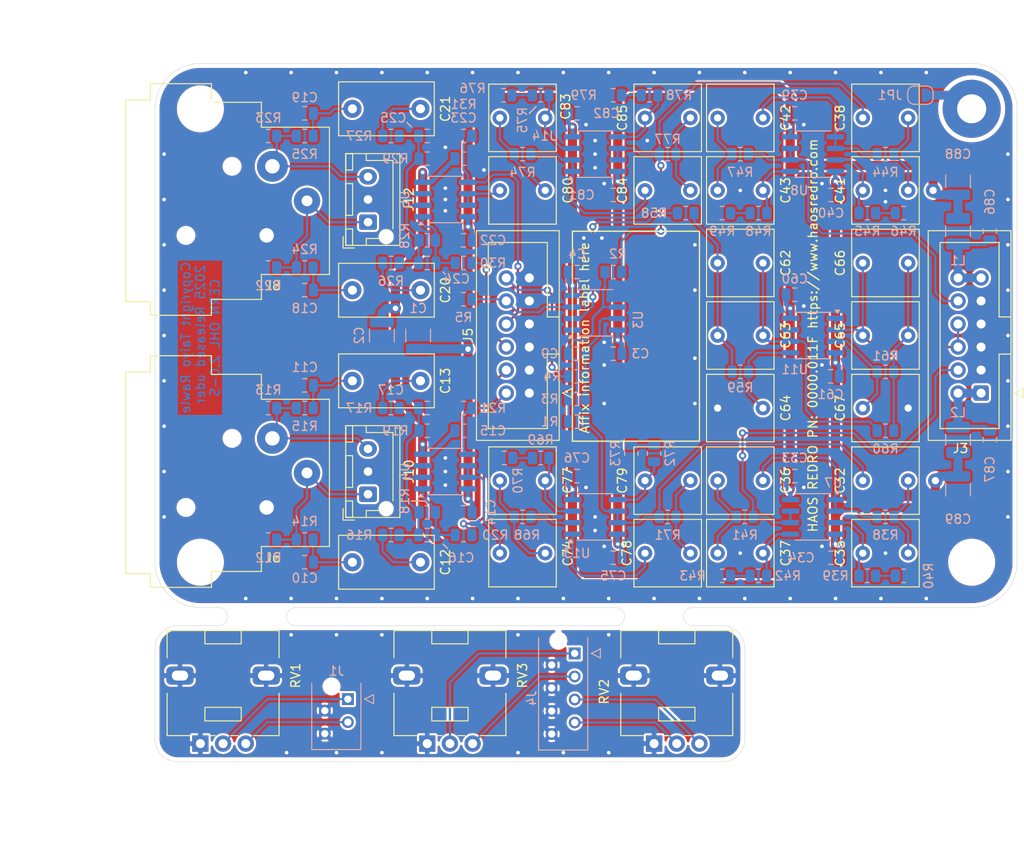
<source format=kicad_pcb>
(kicad_pcb (version 20240108) (generator "pcbnew") (generator_version "8.0")
  (title_block (title "4th order stereo crossover for 2.1 audio systems") (company "Haos Redro PN: 0000.011F") (comment 1 "Copyright Taiyo Rawle 2025") (comment 2 "Released under CERN OHL 2.0-S"))
  (layers (0 "F.Cu" signal) (31 "B.Cu" signal) (34 "B.Paste" user) (35 "F.Paste" user) (36 "B.SilkS" user "B.Silkscreen") (37 "F.SilkS" user "F.Silkscreen") (38 "B.Mask" user) (39 "F.Mask" user) (44 "Edge.Cuts" user))
  (net 0 "")
  (net 1 "+15V")
  (net 2 "GND")
  (net 3 "-15V")
  (net 4 "/SUB")
  (net 5 "Net-(J3-Pin_1)")
  (net 6 "Net-(C13-Pad2)")
  (net 7 "/Input stage CH1/OUT")
  (net 8 "Net-(U5A-+)")
  (net 9 "Net-(C32-Pad2)")
  (net 10 "/Input stage CH2/OUT")
  (net 11 "Net-(C38-Pad2)")
  (net 12 "Net-(U7A-+)")
  (net 13 "Net-(U7B-+)")
  (net 14 "Net-(U8A-+)")
  (net 15 "Net-(U8B-+)")
  (net 16 "Net-(J3-Pin_11)")
  (net 17 "/CH2")
  (net 18 "/Input stage CH1/POTH")
  (net 19 "Net-(C24-Pad2)")
  (net 20 "/CH1")
  (net 21 "/Sub lowpass1/IN")
  (net 22 "Net-(JP1-B)")
  (net 23 "Net-(C20-Pad2)")
  (net 24 "Net-(U4A-+)")
  (net 25 "Net-(U4A--)")
  (net 26 "Net-(J10-Pin_1)")
  (net 27 "/SPW")
  (net 28 "/Input stage CH2/POTW")
  (net 29 "/Input stage CH1/POTW")
  (net 30 "Net-(C9-Pad2)")
  (net 31 "Net-(C10-Pad1)")
  (net 32 "Net-(C11-Pad2)")
  (net 33 "Net-(C12-Pad2)")
  (net 34 "Net-(C16-Pad2)")
  (net 35 "Net-(C18-Pad1)")
  (net 36 "Net-(C19-Pad2)")
  (net 37 "Net-(C21-Pad2)")
  (net 38 "Net-(U5A--)")
  (net 39 "/Sub highpass CH1/IN")
  (net 40 "Net-(C36-Pad2)")
  (net 41 "/Sub highpass CH2/IN")
  (net 42 "Net-(C42-Pad2)")
  (net 43 "Net-(C62-Pad2)")
  (net 44 "Net-(U11B--)")
  (net 45 "Net-(U11B-+)")
  (net 46 "Net-(C65-Pad2)")
  (net 47 "Net-(U11A-+)")
  (net 48 "Net-(C74-Pad2)")
  (net 49 "Net-(U13A-+)")
  (net 50 "Net-(C78-Pad2)")
  (net 51 "Net-(U13B-+)")
  (net 52 "Net-(C80-Pad2)")
  (net 53 "Net-(U14A-+)")
  (net 54 "Net-(C84-Pad2)")
  (net 55 "Net-(U14B-+)")
  (net 56 "Net-(J10-Pin_3)")
  (net 57 "/Input stage CH2/POTH")
  (net 58 "Net-(J12-Pin_1)")
  (net 59 "Net-(J12-Pin_3)")
  (net 60 "Net-(R39-Pad1)")
  (net 61 "Net-(R42-Pad1)")
  (net 62 "Net-(R45-Pad1)")
  (net 63 "Net-(R48-Pad1)")
  (net 64 "Net-(R69-Pad1)")
  (net 65 "Net-(R72-Pad1)")
  (net 66 "Net-(R75-Pad1)")
  (net 67 "Net-(R78-Pad1)")
  (net 68 "Net-(U3B--)")
  (net 69 "/SPH")
  (net 70 "Net-(U14A--)")
  (net 71 "Net-(U13A--)")
  (net 72 "Net-(U8A--)")
  (net 73 "Net-(U7A--)")
  (net 74 "Net-(J1-Pin_2)")
  (net 75 "Net-(J1-Pin_1)")
  (net 76 "Net-(J1-Pin_3)")
  (net 77 "Net-(J4-Pin_7)")
  (net 78 "Net-(J4-Pin_3)")
  (net 79 "Net-(J4-Pin_5)")
  (net 80 "Net-(J4-Pin_1)")
  (footprint "Connector_Audio:Jack_XLR_Neutrik_NC3FAH1_Horizontal" (layer "F.Cu") (at 67.3 88.96 180)
    (property "Reference" "J8")
    (property "Value" "NC3FAH1")
  )
  (footprint "Capacitor_THT:C_Rect_L7.2mm_W7.2mm_P5.00mm_FKS2_FKP2_MKS2_MKP2" (layer "F.Cu") (at 122 76 180)
    (property "Reference" "C42")
    (property "Value" "C")
  )
  (footprint "Potentiometer_THT:Potentiometer_Alps_RK09L_Single_Vertical" (layer "F.Cu") (at 60 145 90)
    (property "Reference" "RV1")
    (property "Value" "RK09L1140A2U")
  )
  (footprint "Capacitor_THT:C_Rect_L7.2mm_W7.2mm_P5.00mm_FKS2_FKP2_MKS2_MKP2" (layer "F.Cu") (at 93 124)
    (property "Reference" "C74")
    (property "Value" "C")
  )
  (footprint "MountingHole:MountingHole_3.2mm_M3" (layer "F.Cu") (at 145 125)
    (property "Reference" "H1" (hide yes))
    (property "Value" "M3")
  )
  (footprint "Capacitor_THT:C_Rect_L7.2mm_W7.2mm_P5.00mm_FKS2_FKP2_MKS2_MKP2" (layer "F.Cu") (at 117 124)
    (property "Reference" "C37")
    (property "Value" "C")
  )
  (footprint "Potentiometer_THT:Potentiometer_Alps_RK09L_Single_Vertical" (layer "F.Cu") (at 110 145 90)
    (property "Reference" "RV2")
    (property "Value" "RK09L1140A2U")
  )
  (footprint "Potentiometer_THT:Potentiometer_Alps_RK09L_Single_Vertical" (layer "F.Cu") (at 85 145 90)
    (property "Reference" "RV3")
    (property "Value" "RK09L1140A2U")
  )
  (footprint "Capacitor_THT:C_Rect_L7.2mm_W7.2mm_P5.00mm_FKS2_FKP2_MKS2_MKP2" (layer "F.Cu") (at 122 100 180)
    (property "Reference" "C63")
    (property "Value" "C")
  )
  (footprint "Capacitor_THT:C_Rect_L7.2mm_W7.2mm_P5.00mm_FKS2_FKP2_MKS2_MKP2" (layer "F.Cu") (at 133 108)
    (property "Reference" "C67")
    (property "Value" "C")
  )
  (footprint "HR_Parts:SNAPOFF_5x0.6_P1.2" (layer "F.Cu") (at 66.25 131)
    (property "Reference" "H5" (hide yes))
    (property "Value" "snapline")
  )
  (footprint "Connector_Audio:Jack_XLR_Neutrik_NC3FAH1_Horizontal" (layer "F.Cu") (at 67.3 118.96 180)
    (property "Reference" "J6")
    (property "Value" "NC3FAH1")
  )
  (footprint "Capacitor_THT:C_Rect_L7.2mm_W7.2mm_P5.00mm_FKS2_FKP2_MKS2_MKP2" (layer "F.Cu") (at 138 84 180)
    (property "Reference" "C41")
    (property "Value" "C")
  )
  (footprint "MountingHole:MountingHole_3.2mm_M3_Pad" (layer "F.Cu") (at 145 75)
    (property "Reference" "H4" (hide yes))
    (property "Value" "M3")
  )
  (footprint "Capacitor_THT:C_Rect_L7.2mm_W7.2mm_P5.00mm_FKS2_FKP2_MKS2_MKP2" (layer "F.Cu") (at 133 116)
    (property "Reference" "C32")
    (property "Value" "C")
  )
  (footprint "Capacitor_THT:C_Rect_L7.2mm_W7.2mm_P5.00mm_FKS2_FKP2_MKS2_MKP2" (layer "F.Cu") (at 93 116)
    (property "Reference" "C77")
    (property "Value" "C")
  )
  (footprint "Capacitor_THT:C_Rect_L7.2mm_W7.2mm_P5.00mm_FKS2_FKP2_MKS2_MKP2" (layer "F.Cu") (at 122 92 180)
    (property "Reference" "C62")
    (property "Value" "C")
  )
  (footprint "Capacitor_THT:C_Rect_L7.2mm_W7.2mm_P5.00mm_FKS2_FKP2_MKS2_MKP2" (layer "F.Cu") (at 109 84)
    (property "Reference" "C84")
    (property "Value" "C")
  )
  (footprint "Capacitor_THT:C_Rect_L7.2mm_W7.2mm_P5.00mm_FKS2_FKP2_MKS2_MKP2" (layer "F.Cu") (at 93 84)
    (property "Reference" "C80")
    (property "Value" "C")
  )
  (footprint "Connector_IDC:IDC-Header_2x06_P2.54mm_Vertical" (layer "F.Cu") (at 96.2525 106.35 180)
    (property "Reference" "J5")
    (property "Value" "BH254")
  )
  (footprint "Capacitor_THT:C_Rect_L7.2mm_W7.2mm_P5.00mm_FKS2_FKP2_MKS2_MKP2" (layer "F.Cu") (at 133 76)
    (property "Reference" "C38")
    (property "Value" "C")
  )
  (footprint "Capacitor_THT:C_Rect_L7.2mm_W7.2mm_P5.00mm_FKS2_FKP2_MKS2_MKP2" (layer "F.Cu") (at 122 116 180)
    (property "Reference" "C36")
    (property "Value" "C")
  )
  (footprint "Capacitor_THT:C_Rect_L7.2mm_W7.2mm_P5.00mm_FKS2_FKP2_MKS2_MKP2" (layer "F.Cu") (at 114 76 180)
    (property "Reference" "C85")
    (property "Value" "C")
  )
  (footprint "Capacitor_THT:C_Rect_L7.2mm_W7.2mm_P5.00mm_FKS2_FKP2_MKS2_MKP2" (layer "F.Cu") (at 117 84)
    (property "Reference" "C43")
    (property "Value" "C")
  )
  (footprint "Capacitor_THT:C_Rect_L7.2mm_W7.2mm_P5.00mm_FKS2_FKP2_MKS2_MKP2" (layer "F.Cu") (at 109 124)
    (property "Reference" "C78")
    (property "Value" "C")
  )
  (footprint "Capacitor_THT:C_Rect_L7.2mm_W7.2mm_P5.00mm_FKS2_FKP2_MKS2_MKP2" (layer "F.Cu") (at 93 76)
    (property "Reference" "C83")
    (property "Value" "C")
  )
  (footprint "Connector_IDC:IDC-Header_2x06_P2.54mm_Vertical" (layer "F.Cu") (at 146.04 106.35 180)
    (property "Reference" "J3")
    (property "Value" "BH254")
  )
  (footprint "MountingHole:MountingHole_3.2mm_M3" (layer "F.Cu") (at 60 75)
    (property "Reference" "H2" (hide yes))
    (property "Value" "M3")
  )
  (footprint "Capacitor_THT:C_Rect_L7.2mm_W7.2mm_P5.00mm_FKS2_FKP2_MKS2_MKP2" (layer "F.Cu") (at 138 124 180)
    (property "Reference" "C35")
    (property "Value" "C")
  )
  (footprint "MountingHole:MountingHole_3.2mm_M3" (layer "F.Cu") (at 60 125)
    (property "Reference" "H3" (hide yes))
    (property "Value" "M3")
  )
  (footprint "Connector_JST:JST_XH_B3B-XH-AM_1x03_P2.50mm_Vertical" (layer "F.Cu") (at 78.475 117.5 90)
    (property "Reference" "J10")
    (property "Value" "XH")
  )
  (footprint "Capacitor_THT:C_Rect_L7.2mm_W7.2mm_P5.00mm_FKS2_FKP2_MKS2_MKP2" (layer "F.Cu") (at 122 108 180)
    (property "Reference" "C64")
    (property "Value" "C")
  )
  (footprint "Capacitor_THT:C_Rect_L10.3mm_W5.7mm_P7.50mm_MKS4" (layer "F.Cu") (at 76.755 125)
    (property "Reference" "C12")
    (property "Value" "225")
  )
  (footprint "Capacitor_THT:C_Rect_L7.2mm_W7.2mm_P5.00mm_FKS2_FKP2_MKS2_MKP2" (layer "F.Cu") (at 133 100)
    (property "Reference" "C65")
    (property "Value" "C")
  )
  (footprint "Connector_JST:JST_XH_B3B-XH-AM_1x03_P2.50mm_Vertical" (layer "F.Cu") (at 78.475 87.5 90)
    (property "Reference" "J12")
    (property "Value" "XH")
  )
  (footprint "Capacitor_THT:C_Rect_L10.3mm_W5.7mm_P7.50mm_MKS4" (layer "F.Cu") (at 76.755 75)
    (property "Reference" "C21")
    (property "Value" "225")
  )
  (footprint "HR_Parts:SNAPOFF_5x0.6_P1.2" (layer "F.Cu") (at 110 131)
    (property "Reference" "H6" (hide yes))
    (property "Value" "snapline")
  )
  (footprint "Capacitor_THT:C_Rect_L7.2mm_W7.2mm_P5.00mm_FKS2_FKP2_MKS2_MKP2" (layer "F.Cu") (at 133 92)
    (property "Reference" "C66")
    (property "Value" "C")
  )
  (footprint "Capacitor_THT:C_Rect_L10.3mm_W5.7mm_P7.50mm_MKS4" (layer "F.Cu") (at 76.755 95)
    (property "Reference" "C20")
    (property "Value" "225")
  )
  (footprint "Capacitor_THT:C_Rect_L10.3mm_W5.7mm_P7.50mm_MKS4" (layer "F.Cu") (at 76.755 105)
    (property "Reference" "C13")
    (property "Value" "225")
  )
  (footprint "Capacitor_THT:C_Rect_L7.2mm_W7.2mm_P5.00mm_FKS2_FKP2_MKS2_MKP2" (layer "F.Cu") (at 114 116 180)
    (property "Reference" "C79")
    (property "Value" "C")
  )
  (footprint "Capacitor_SMD:C_0805_2012Metric" (layer "B.Cu") (at 105.5 84.5 180)
    (property "Reference" "C81")
    (property "Value" "104")
  )
  (footprint "Capacitor_SMD:C_1210_3225Metric" (layer "B.Cu") (at 143.5 117 90)
    (property "Reference" "C89")
    (property "Value" "106")
  )
  (footprint "Resistor_SMD:R_0805_2012Metric" (layer "B.Cu") (at 93.4125 73.5)
    (property "Reference" "R76")
    (property "Value" "R")
  )
  (footprint "Resistor_SMD:R_0805_2012Metric" (layer "B.Cu") (at 71.5 122.5)
    (property "Reference" "R14")
    (property "Value" "100")
  )
  (footprint "Capacitor_SMD:C_0805_2012Metric" (layer "B.Cu") (at 71.5 75.5)
    (property "Reference" "C19")
    (property "Value" "221")
  )
  (footprint "Resistor_SMD:R_0805_2012Metric" (layer "B.Cu") (at 85 119.5)
    (property "Reference" "R18")
    (property "Value" "10K")
  )
  (footprint "Resistor_SMD:R_0805_2012Metric" (layer "B.Cu") (at 67.5 92.5)
    (property "Reference" "R22")
    (property "Value" "1M")
  )
  (footprint "Resistor_SMD:R_0805_2012Metric" (layer "B.Cu") (at 71.5 108)
    (property "Reference" "R15")
    (property "Value" "100")
  )
  (footprint "Capacitor_SMD:C_1210_3225Metric" (layer "B.Cu") (at 143.5 83 90)
    (property "Reference" "C88")
    (property "Value" "106")
  )
  (footprint "Package_SO:SOIC-8_3.9x4.9mm_P1.27mm" (layer "B.Cu") (at 103.5 80)
    (property "Reference" "U14")
    (property "Value" "TL072")
  )
  (footprint "Resistor_SMD:R_0805_2012Metric" (layer "B.Cu") (at 117.5 126.5)
    (property "Reference" "R43")
    (property "Value" "R")
  )
  (footprint "Resistor_SMD:R_0805_2012Metric" (layer "B.Cu") (at 67.5 78 180)
    (property "Reference" "R23")
    (property "Value" "1M")
  )
  (footprint "Resistor_SMD:R_0805_2012Metric" (layer "B.Cu") (at 89 92)
    (property "Reference" "R30")
    (property "Value" "100")
  )
  (footprint "Capacitor_SMD:C_1210_3225Metric" (layer "B.Cu") (at 84 100 90)
    (property "Reference" "C1")
    (property "Value" "106")
  )
  (footprint "Capacitor_SMD:C_0805_2012Metric" (layer "B.Cu") (at 147 88.5 90)
    (property "Reference" "C86")
    (property "Value" "104")
  )
  (footprint "Capacitor_SMD:C_0805_2012Metric" (layer "B.Cu") (at 85 108)
    (property "Reference" "C17")
    (property "Value" "221")
  )
  (footprint "Resistor_SMD:R_0805_2012Metric" (layer "B.Cu") (at 85 89.5)
    (property "Reference" "R28")
    (property "Value" "10K")
  )
  (footprint "Resistor_SMD:R_0805_2012Metric" (layer "B.Cu") (at 81 122)
    (property "Reference" "R16")
    (property "Value" "10K")
  )
  (footprint "Resistor_SMD:R_0805_2012Metric" (layer "B.Cu") (at 101.5 104.5 180)
    (property "Reference" "R4")
    (property "Value" "100")
  )
  (footprint "Capacitor_SMD:C_0805_2012Metric" (layer "B.Cu") (at 129.5 84.5)
    (property "Reference" "C40")
    (property "Value" "104")
  )
  (footprint "Resistor_SMD:R_0805_2012Metric" (layer "B.Cu") (at 110 113 -90)
    (property "Reference" "R72")
    (property "Value" "R")
  )
  (footprint "Capacitor_SMD:C_0805_2012Metric" (layer "B.Cu") (at 85 78)
    (property "Reference" "C25")
    (property "Value" "221")
  )
  (footprint "Connector_TE-Connectivity:TE_Micro-MaTch_215079-4_2x02_P1.27mm_Vertical" (layer "B.Cu") (at 76.2525 140.095 180)
    (property "Reference" "J1")
    (property "Value" "MicroMatch")
  )
  (footprint "Capacitor_SMD:C_0805_2012Metric" (layer "B.Cu") (at 125.5 75.5)
    (property "Reference" "C39")
    (property "Value" "104")
  )
  (footprint "Package_SO:SOIC-8_3.9x4.9mm_P1.27mm" (layer "B.Cu") (at 127.5 100 180)
    (property "Reference" "U11")
    (property "Value" "TL072")
  )
  (footprint "Resistor_SMD:R_0805_2012Metric" (layer "B.Cu") (at 89 96)
    (property "Reference" "R5")
    (property "Value" "5K6")
  )
  (footprint "Resistor_SMD:R_0805_2012Metric" (layer "B.Cu") (at 121.5 86.5)
    (property "Reference" "R48")
    (property "Value" "R")
  )
  (footprint "Resistor_SMD:R_0805_2012Metric" (layer "B.Cu") (at 81 78)
    (property "Reference" "R27")
    (property "Value" "10K")
  )
  (footprint "Resistor_SMD:R_0805_2012Metric" (layer "B.Cu") (at 89 108)
    (property "Reference" "R21")
    (property "Value" "5K6")
  )
  (footprint "Resistor_SMD:R_0805_2012Metric" (layer "B.Cu") (at 137.5 86.5 180)
    (property "Reference" "R46")
    (property "Value" "R")
  )
  (footprint "Resistor_SMD:R_0805_2012Metric" (layer "B.Cu") (at 111.5 80 180)
    (property "Reference" "R77")
    (property "Value" "R")
  )
  (footprint "Resistor_SMD:R_0805_2012Metric" (layer "B.Cu") (at 97.5 113.5)
    (property "Reference" "R69")
    (property "Value" "R")
  )
  (footprint "Resistor_SMD:R_0805_2012Metric" (layer "B.Cu") (at 95.5 80)
    (property "Reference" "R74")
    (property "Value" "R")
  )
  (footprint "Resistor_SMD:R_0805_2012Metric" (layer "B.Cu") (at 67.5 108 180)
    (property "Reference" "R13")
    (property "Value" "1M")
  )
  (footprint "Capacitor_SMD:C_0805_2012Metric" (layer "B.Cu") (at 71.5 95 180)
    (property "Reference" "C18")
    (property "Value" "221")
  )
  (footprint "Capacitor_SMD:C_0805_2012Metric" (layer "B.Cu") (at 125.5 115.5)
    (property "Reference" "C33")
    (property "Value" "104")
  )
  (footprint "Resistor_SMD:R_0805_2012Metric" (layer "B.Cu") (at 89 122)
    (property "Reference" "R20")
    (property "Value" "100")
  )
  (footprint "Capacitor_SMD:C_0805_2012Metric" (layer "B.Cu") (at 89 89.5 180)
    (property "Reference" "C22")
    (property "Value" "104")
  )
  (footprint "Resistor_SMD:R_0805_2012Metric" (layer "B.Cu") (at 105.5 93 180)
    (property "Reference" "R2")
    (property "Value" "20K")
  )
  (footprint "Resistor_SMD:R_0805_2012Metric" (layer "B.Cu") (at 85 110.5)
    (property "Reference" "R19")
    (property "Value" "10K")
  )
  (footprint "Resistor_SMD:R_0805_2012Metric" (layer "B.Cu") (at 95.5 120)
    (property "Reference" "R68")
    (property "Value" "R")
  )
  (footprint "Capacitor_SMD:C_0805_2012Metric" (layer "B.Cu") (at 89 80.5 180)
    (property "Reference" "C23")
    (property "Value" "104")
  )
  (footprint "Resistor_SMD:R_0805_2012Metric" (layer "B.Cu") (at 105.5 73.5)
    (property "Reference" "R79")
    (property "Value" "R")
  )
  (footprint "Capacitor_SMD:C_0805_2012Metric" (layer "B.Cu") (at 71.5 125 180)
    (property "Reference" "C10")
    (property "Value" "221")
  )
  (footprint "Package_SO:SOIC-8_3.9x4.9mm_P1.27mm" (layer "B.Cu") (at 87 85)
    (property "Reference" "U5")
    (property "Value" "TL072")
  )
  (footprint "Capacitor_SMD:C_0805_2012Metric" (layer "B.Cu") (at 85 122)
    (property "Reference" "C16")
    (property "Value" "221")
  )
  (footprint "Resistor_SMD:R_0805_2012Metric" (layer "B.Cu") (at 113.5 86.5)
    (property "Reference" "R58")
    (property "Value" "R")
  )
  (footprint "Resistor_SMD:R_0805_2012Metric" (layer "B.Cu") (at 121.5 126.5)
    (property "Reference" "R42")
    (property "Value" "R")
  )
  (footprint "Resistor_SMD:R_0805_2012Metric" (layer "B.Cu") (at 81 108)
    (property "Reference" "R17")
    (property "Value" "10K")
  )
  (footprint "Resistor_SMD:R_0805_2012Metric" (layer "B.Cu") (at 135.5 110.5)
    (property "Reference" "R60")
    (property "Value" "R")
  )
  (footprint "Resistor_SMD:R_0805_2012Metric" (layer "B.Cu") (at 135.5 104 180)
    (property "Reference" "R61")
    (property "Value" "R")
  )
  (footprint "Resistor_SMD:R_0805_2012Metric" (layer "B.Cu") (at 119.5 104)
    (property "Reference" "R59")
    (property "Value" "R")
  )
  (footprint "Inductor_SMD:L_1210_3225Metric" (layer "B.Cu") (at 143.5 88.5 90)
    (property "Reference" "L1")
    (property "Value" "22")
  )
  (footprint "Resistor_SMD:R_0805_2012Metric" (layer "B.Cu") (at 97.5 73.5)
    (property "Reference" "R75")
    (property "Value" "R")
  )
  (footprint "Inductor_SMD:L_1210_3225Metric" (layer "B.Cu") (at 143.5 111.5 -90)
    (property "Reference" "L2")
    (property "Value" "22")
  )
  (footprint "Resistor_SMD:R_0805_2012Metric" (layer "B.Cu") (at 119.5 80)
    (property "Reference" "R47")
    (property "Value" "R")
  )
  (footprint "Resistor_SMD:R_0805_2012Metric" (layer "B.Cu") (at 71.5 92.5)
    (property "Reference" "R24")
    (property "Value" "100")
  )
  (footprint "Capacitor_SMD:C_1210_3225Metric" (layer "B.Cu") (at 80 100 90)
    (property "Reference" "C2")
    (property "Value" "106")
  )
  (footprint "Resistor_SMD:R_0805_2012Metric" (layer "B.Cu") (at 101.5 109.5 180)
    (property "Reference" "R1")
    (property "Value" "20K")
  )
  (footprint "Package_SO:SOIC-8_3.9x4.9mm_P1.27mm" (layer "B.Cu") (at 127.5 80 180)
    (property "Reference" "U8")
    (property "Value" "TL072")
  )
  (footprint "Resistor_SMD:R_0805_2012Metric" (layer "B.Cu") (at 109.5 73.5)
    (property "Reference" "R78")
    (property "Value" "R")
  )
  (footprint "Resistor_SMD:R_0805_2012Metric" (layer "B.Cu") (at 120 120)
    (property "Reference" "R41")
    (property "Value" "R")
  )
  (footprint "Resistor_SMD:R_0805_2012Metric" (layer "B.Cu") (at 137.5 126.5 180)
    (property "Reference" "R40")
    (property "Value" "R")
  )
  (footprint "Capacitor_SMD:C_0805_2012Metric" (layer "B.Cu") (at 71.5 105.5)
    (property "Reference" "C11")
    (property "Value" "221")
  )
  (footprint "Resistor_SMD:R_0805_2012Metric" (layer "B.Cu") (at 107.5 113 90)
    (property "Reference" "R73")
    (property "Value" "R")
  )
  (footprint "Resistor_SMD:R_0805_2012Metric" (layer "B.Cu") (at 89 78)
    (property "Reference" "R31")
    (property "Value" "5K6")
  )
  (footprint "Capacitor_SMD:C_0805_2012Metric" (layer "B.Cu") (at 101.5 102)
    (property "Reference" "C9")
    (property "Value" "221")
  )
  (footprint "Resistor_SMD:R_0805_2012Metric" (layer "B.Cu") (at 133.5 126.5 180)
    (property "Reference" "R39")
    (property "Value" "R")
  )
  (footprint "Capacitor_SMD:C_0805_2012Metric" (layer "B.Cu") (at 85 92)
    (property "Reference" "C24")
    (property "Value" "221")
  )
  (footprint "Capacitor_SMD:C_0805_2012Metric" (layer "B.Cu") (at 101.5 75.5 180)
    (property "Reference" "C82")
    (property "Value" "104")
  )
  (footprint "Resistor_SMD:R_0805_2012Metric" (layer "B.Cu") (at 135.5 80 180)
    (property "Reference" "R44")
    (property "Value" "R")
  )
  (footprint "Capacitor_SMD:C_0805_2012Metric" (layer "B.Cu") (at 89 119.5 180)
    (property "Reference" "C14")
    (property "Value" "104")
  )
  (footprint "Capacitor_SMD:C_0805_2012Metric" (layer "B.Cu") (at 101.5 93 180)
    (property "Reference" "C4")
    (property "Value" "104")
  )
  (footprint "Package_SO:SOIC-8_3.9x4.9mm_P1.27mm" (layer "B.Cu") (at 103.5 97.5)
    (property "Reference" "U3")
    (property "Value" "TL072")
  )
  (footprint "Capacitor_SMD:C_0805_2012Metric" (layer "B.Cu") (at 125.5 95.5)
    (property "Reference" "C60")
    (property "Value" "104")
  )
  (footprint "Package_SO:SOIC-8_3.9x4.9mm_P1.27mm" (layer "B.Cu") (at 103.5 120)
    (property "Reference" "U13")
    (property "Value" "TL072")
  )
  (footprint "Resistor_SMD:R_0805_2012Metric" (layer "B.Cu") (at 101.5 107)
    (property "Reference" "R3")
    (property "Value" "10K")
  )
  (footprint "Resistor_SMD:R_0805_2012Metric" (layer "B.Cu") (at 111.5 120 180)
    (property "Reference" "R71")
    (property "Value" "R")
  )
  (footprint "Resistor_SMD:R_0805_2012Metric" (layer "B.Cu") (at 117.5 86.5)
    (property "Reference" "R49")
    (property "Value" "R")
  )
  (footprint "Capacitor_SMD:C_0805_2012Metric" (layer "B.Cu") (at 89 110.5 180)
    (property "Reference" "C15")
    (property "Value" "104")
  )
  (footprint "Resistor_SMD:R_0805_2012Metric" (layer "B.Cu") (at 93.5 113.5)
    (property "Reference" "R70")
    (property "Value" "R")
  )
  (footprint "Capacitor_SMD:C_0805_2012Metric" (layer "B.Cu") (at 105.5 102 180)
    (property "Reference" "C3")
    (property "Value" "104")
  )
  (footprint "Resistor_SMD:R_0805_2012Metric" (layer "B.Cu") (at 135.5 120 180)
    (property "Reference" "R38")
    (property "Value" "R")
  )
  (footprint "Capacitor_SMD:C_0805_2012Metric" (layer "B.Cu") (at 129.45 104.5)
    (property "Reference" "C61")
    (property "Value" "104")
  )
  (footprint "Resistor_SMD:R_0805_2012Metric" (layer "B.Cu") (at 81 92)
    (property "Reference" "R26")
    (property "Value" "10K")
  )
  (footprint "Package_SO:SOIC-8_3.9x4.9mm_P1.27mm" (layer "B.Cu") (at 87 115)
    (property "Reference" "U4")
    (property "Value" "TL072")
  )
  (footprint "Capacitor_SMD:C_0805_2012Metric" (layer "B.Cu") (at 105.5 124.5 180)
    (property "Reference" "C75")
    (property "Value" "104")
  )
  (footprint "Resistor_SMD:R_0805_2012Metric" (layer "B.Cu") (at 133.5 86.5 180)
    (property "Reference" "R45")
    (property "Value" "R")
  )
  (footprint "Capacitor_SMD:C_0805_2012Metric" (layer "B.Cu") (at 101.5 115.5 180)
    (property "Reference" "C76")
    (property "Value" "104")
  )
  (footprint "Resistor_SMD:R_0805_2012Metric" (layer "B.Cu") (at 67.5 122.5)
    (property "Reference" "R12")
    (property "Value" "1M")
  )
  (footprint "Resistor_SMD:R_0805_2012Metric" (layer "B.Cu") (at 71.5 78)
    (property "Reference" "R25")
    (property "Value" "100")
  )
  (footprint "Connector_TE-Connectivity:TE_Micro-MaTch_215079-8_2x04_P1.27mm_Vertical" (layer "B.Cu") (at 101.2525 135.055 180)
    (property "Reference" "J4")
    (property "Value" "MicroMatch")
  )
  (footprint "Resistor_SMD:R_0805_2012Metric" (layer "B.Cu") (at 85 80.5)
    (property "Reference" "R29")
    (property "Value" "10K")
  )
  (footprint "Capacitor_SMD:C_0805_2012Metric" (layer "B.Cu") (at 129.5 124.5)
    (property "Reference" "C34")
    (property "Value" "104")
  )
  (footprint "Capacitor_SMD:C_0805_2012Metric" (layer "B.Cu") (at 147 111.5 90)
    (property "Reference" "C87")
    (property "Value" "104")
  )
  (footprint "Package_SO:SOIC-8_3.9x4.9mm_P1.27mm" (layer "B.Cu") (at 127.5 120 180)
    (property "Reference" "U7")
    (property "Value" "TL072")
  )
  (footprint "Jumper:SolderJumper-2_P1.3mm_Open_RoundedPad1.0x1.5mm" (layer "B.Cu") (at 139.35 73.5)
    (property "Reference" "JP1")
    (property "Value" "blob")
  )
  (gr_line (start 82.75 76.5) (end 83.25 77) (stroke (width 0.15)) (layer "B.SilkS"))
  (gr_line (start 86.75 123) (end 87.25 123.5) (stroke (width 0.15)) (layer "B.SilkS"))
  (gr_line (start 97 74.75) (end 96.25 75.5) (stroke (width 0.15)) (layer "B.SilkS"))
  (gr_line (start 86.75 93) (end 87 93.25) (stroke (width 0.15)) (layer "B.SilkS"))
  (gr_line (start 84.75 118.25) (end 85 118.5) (stroke (width 0.15)) (layer "B.SilkS"))
  (gr_line (start 83.25 118.25) (end 84.75 118.25) (stroke (width 0.15)) (layer "B.SilkS"))
  (gr_arc (start 55 75) (mid 56.464466 71.464466) (end 60 70) (stroke (width 0.05)) (layer "Edge.Cuts"))
  (gr_arc (start 117.5 132) (mid 119.267767 132.732233) (end 120 134.5) (stroke (width 0.05)) (layer "Edge.Cuts"))
  (gr_arc (start 150 125) (mid 148.535534 128.535534) (end 145 130) (stroke (width 0.05)) (layer "Edge.Cuts"))
  (gr_arc (start 145 70) (mid 148.535534 71.464466) (end 150 75) (stroke (width 0.05)) (layer "Edge.Cuts"))
  (gr_line (start 120 144.5) (end 120 134.5) (stroke (width 0.05)) (layer "Edge.Cuts"))
  (gr_line (start 57.5 147) (end 117.5 147) (stroke (width 0.05)) (layer "Edge.Cuts"))
  (gr_arc (start 114.25 132) (mid 113.25 131) (end 114.25 130) (stroke (width 0.05)) (layer "Edge.Cuts"))
  (gr_line (start 60 70) (end 145 70) (stroke (width 0.05)) (layer "Edge.Cuts"))
  (gr_arc (start 105.75 130) (mid 106.75 131) (end 105.75 132) (stroke (width 0.05)) (layer "Edge.Cuts"))
  (gr_line (start 57.5 132) (end 62 132) (stroke (width 0.05)) (layer "Edge.Cuts"))
  (gr_line (start 70.5 132) (end 105.75 132) (stroke (width 0.05)) (layer "Edge.Cuts"))
  (gr_arc (start 55 134.5) (mid 55.732233 132.732233) (end 57.5 132) (stroke (width 0.05)) (layer "Edge.Cuts"))
  (gr_line (start 114.25 130) (end 145 130) (stroke (width 0.05)) (layer "Edge.Cuts"))
  (gr_line (start 114.25 132) (end 117.5 132) (stroke (width 0.05)) (layer "Edge.Cuts"))
  (gr_arc (start 60 130) (mid 56.464466 128.535534) (end 55 125) (stroke (width 0.05)) (layer "Edge.Cuts"))
  (gr_line (start 55 75) (end 55 125) (stroke (width 0.05)) (layer "Edge.Cuts"))
  (gr_line (start 55 134.5) (end 55 144.5) (stroke (width 0.05)) (layer "Edge.Cuts"))
  (gr_arc (start 120 144.5) (mid 119.267767 146.267767) (end 117.5 147) (stroke (width 0.05)) (layer "Edge.Cuts"))
  (gr_arc (start 62 130) (mid 63 131) (end 62 132) (stroke (width 0.05)) (layer "Edge.Cuts"))
  (gr_line (start 60 130) (end 62 130) (stroke (width 0.05)) (layer "Edge.Cuts"))
  (gr_line (start 150 75) (end 150 125) (stroke (width 0.05)) (layer "Edge.Cuts"))
  (gr_line (start 70.5 130) (end 105.75 130) (stroke (width 0.05)) (layer "Edge.Cuts"))
  (gr_arc (start 57.5 147) (mid 55.732233 146.267767) (end 55 144.5) (stroke (width 0.05)) (layer "Edge.Cuts"))
  (gr_arc (start 70.5 132) (mid 69.5 131) (end 70.5 130) (stroke (width 0.05)) (layer "Edge.Cuts"))
  (gr_text "Copyright Taiyo Rawle\n2025 Released uder \nCERN OHL 2.0-S" (at 60 100.25 90) (layer "B.Cu") (effects (font (size 1 1)) (justify mirror)))
  (gr_text "HAOS REDRO PN: 0000.011F https://www.haosredro.com" (at 127.5 100 90) (layer "F.SilkS") (effects (font (size 1 1))))
  (gr_text_box "Affix information label here" (start 101 88.5) (end 115 111.6524) (angle 90) (layer "F.SilkS") (effects (font (size 1 1)) (justify left top)) (border yes) (stroke (width 0.15)))
  (segment (start 89.5 88) (end 89.5 101.5) (width 1) (layer "F.Cu") (net 1))
  (segment (start 140.75 82.25) (end 139.75 81.25) (width 1) (layer "F.Cu") (net 1))
  (segment (start 125 82) (end 125 97) (width 1) (layer "F.Cu") (net 1))
  (segment (start 106 73.5) (end 107 72.5) (width 1) (layer "F.Cu") (net 1))
  (segment (start 125 81.25) (end 125 82) (width 1) (layer "F.Cu") (net 1))
  (segment (start 125 80.5) (end 125 81.25) (width 1) (layer "F.Cu") (net 1))
  (segment (start 123.75 72.5) (end 125 73.75) (width 1) (layer "F.Cu") (net 1))
  (segment (start 106 83) (end 106 85.275) (width 1) (layer "F.Cu") (net 1))
  (segment (start 89.5 74.5) (end 91.5 72.5) (width 1) (layer "F.Cu") (net 1))
  (segment (start 125 73.75) (end 125 77) (width 1) (layer "F.Cu") (net 1))
  (segment (start 139.75 81.25) (end 139.5 81.25) (width 1) (layer "F.Cu") (net 1))
  (segment (start 91.5 72.5) (end 123.75 72.5) (width 1) (layer "F.Cu") (net 1))
  (segment (start 89.5 88) (end 89.5 74.5) (width 1) (layer "F.Cu") (net 1))
  (segment (start 106 100.5) (end 106 123) (width 1) (layer "F.Cu") (net 1))
  (segment (start 106 100.5) (end 106 93.775) (width 1) (layer "F.Cu") (net 1))
  (segment (start 106 91.25) (end 106 85.275) (width 1) (layer "F.Cu") (net 1))
  (segment (start 125 97) (end 125 117) (width 1) (layer "F.Cu") (net 1))
  (segment (start 105 72.5) (end 106 73.5) (width 1) (layer "F.Cu") (net 1))
  (segment (start 125 81.25) (end 126 81.25) (width 1) (layer "F.Cu") (net 1))
  (segment (start 125 77) (end 125 80.5) (width 1) (layer "F.Cu") (net 1))
  (segment (start 106.025 90.525) (end 106 90.5) (width 1) (layer "F.Cu") (net 1))
  (segment (start 106 96.275) (end 106 91.25) (width 1) (layer "F.Cu") (net 1))
  (segment (start 126 81.25) (end 139.5 81.25) (width 1) (layer "F.Cu") (net 1))
  (segment (start 140.75 84) (end 140.75 82.25) (width 1) (layer "F.Cu") (net 1))
  (segment (start 106 91.25) (end 106 90.5) (width 1) (layer "F.Cu") (net 1))
  (segment (start 125.75 81.25) (end 125 80.5) (width 1) (layer "F.Cu") (net 1))
  (segment (start 106 73.5) (end 106 83) (width 1) (layer "F.Cu") (net 1))
  (segment (start 125.75 81.25) (end 125 82) (width 1) (layer "F.Cu") (net 1))
  (segment (start 126 81.25) (end 125.75 81.25) (width 1) (layer "F.Cu") (net 1))
  (segment (start 89.5 101.5) (end 89.5 118) (width 1) (layer "F.Cu") (net 1))
  (via (at 106 123) (size 0.8) (drill 0.4) (layers "F.Cu" "B.Cu") (net 1))
  (via (at 89.5 101.5) (size 1.2) (drill 0.6) (layers "F.Cu" "B.Cu") (net 1))
  (via (at 106 100.5) (size 0.8) (drill 0.4) (layers "F.Cu" "B.Cu") (net 1))
  (via (at 89.5 88) (size 0.8) (drill 0.4) (layers "F.Cu" "B.Cu") (net 1))
  (via (at 89.5 118) (size 0.8) (drill 0.4) (layers "F.Cu" "B.Cu") (net 1))
  (via (at 140.75 84) (size 1.6) (drill 0.8) (layers "F.Cu" "B.Cu") (net 1))
  (via (at 125 97) (size 0.8) (drill 0.4) (layers "F.Cu" "B.Cu") (net 1))
  (via (at 106 83) (size 0.8) (drill 0.4) (layers "F.Cu" "B.Cu") (net 1))
  (via (at 125 77) (size 0.8) (drill 0.4) (layers "F.Cu" "B.Cu") (net 1))
  (via (at 125 117) (size 0.8) (drill 0.4) (layers "F.Cu" "B.Cu") (net 1))
  (segment (start 124.55 96.55) (end 125 97) (width 0.5) (layer "B.Cu") (net 1))
  (segment (start 89.95 118.45) (end 89.5 118) (width 0.5) (layer "B.Cu") (net 1))
  (segment (start 125.025 97.025) (end 125 97) (width 0.5) (layer "B.Cu") (net 1))
  (segment (start 124.55 115.5) (end 124.55 116.55) (width 0.5) (layer "B.Cu") (net 1))
  (segment (start 105.975 121.905) (end 105.975 122.975) (width 0.5) (layer "B.Cu") (net 1))
  (segment (start 89.475 86.905) (end 89.475 87.975) (width 0.5) (layer "B.Cu") (net 1))
  (segment (start 89.475 87.975) (end 89.5 88) (width 0.5) (layer "B.Cu") (net 1))
  (segment (start 143.5 87.1) (end 143.5 84.475) (width 1) (layer "B.Cu") (net 1))
  (segment (start 125.025 78.095) (end 125.025 77.025) (width 0.5) (layer "B.Cu") (net 1))
  (segment (start 106 100.5) (end 106 99.43) (width 0.5) (layer "B.Cu") (net 1))
  (segment (start 84 101.475) (end 89.475 101.475) (width 1) (layer "B.Cu") (net 1))
  (segment (start 89.5 118) (end 89.5 116.93) (width 0.5) (layer "B.Cu") (net 1))
  (segment (start 105.975 81.905) (end 105.975 82.975) (width 0.5) (layer "B.Cu") (net 1))
  (segment (start 89.95 88.45) (end 89.5 88) (width 0.5) (layer "B.Cu") (net 1))
  (segment (start 125.025 77.025) (end 125 77) (width 0.5) (layer "B.Cu") (net 1))
  (segment (start 89.475 101.475) (end 89.5 101.5) (width 1) (layer "B.Cu") (net 1))
  (segment (start 124.55 116.55) (end 125 117) (width 0.5) (layer "B.Cu") (net 1))
  (segment (start 106.45 123.45) (end 106 123) (width 0.5) (layer "B.Cu") (net 1))
  (segment (start 106.45 102) (end 106.45 100.95) (width 0.5) (layer "B.Cu") (net 1))
  (segment (start 106.45 83.45) (end 106 83) (width 0.5) (layer "B.Cu") (net 1))
  (segment (start 141.225 84.475) (end 140.75 84) (width 1) (layer "B.Cu") (net 1))
  (segment (start 106 99.43) (end 105.975 99.405) (width 0.5) (layer "B.Cu") (net 1))
  (segment (start 143.5 84.475) (end 141.225 84.475) (width 1) (layer "B.Cu") (net 1))
  (segment (start 124.55 75.5) (end 124.55 76.55) (width 0.5) (layer "B.Cu") (net 1))
  (segment (start 105.975 122.975) (end 106 123) (width 0.5) (layer "B.Cu") (net 1))
  (segment (start 105.975 82.975) (end 106 83) (width 0.5) (layer "B.Cu") (net 1))
  (segment (start 124.55 76.55) (end 125 77) (width 0.5) (layer "B.Cu") (net 1))
  (segment (start 89.95 89.5) (end 89.95 88.45) (width 0.5) (layer "B.Cu") (net 1))
  (segment (start 106.45 100.95) (end 106 100.5) (width 0.5) (layer "B.Cu") (net 1))
  (segment (start 106.45 84.5) (end 106.45 83.45) (width 0.5) (layer "B.Cu") (net 1))
  (segment (start 89.95 119.5) (end 89.95 118.45) (width 0.5) (layer "B.Cu") (net 1))
  (segment (start 125.025 98.095) (end 125.025 97.025) (width 0.5) (layer "B.Cu") (net 1))
  (segment (start 125.025 118.095) (end 125.025 117.025) (width 0.5) (layer "B.Cu") (net 1))
  (segment (start 106.45 124.5) (end 106.45 123.45) (width 0.5) (layer "B.Cu") (net 1))
  (segment (start 89.5 116.93) (end 89.475 116.905) (width 0.5) (layer "B.Cu") (net 1))
  (segment (start 125.025 117.025) (end 125 117) (width 0.5) (layer "B.Cu") (net 1))
  (segment (start 124.55 95.5) (end 124.55 96.55) (width 0.5) (layer "B.Cu") (net 1))
  (via (at 119.5 84) (size 0.8) (drill 0.4) (layers "F.Cu" "B.Cu") (net 2))
  (via (at 135.5 84) (size 0.8) (drill 0.4) (layers "F.Cu" "B.Cu") (net 2))
  (via (at 100 129) (size 0.8) (drill 0.4) (layers "F.Cu" "B.Cu") (net 2))
  (via (at 149 105) (size 0.8) (drill 0.4) (layers "F.Cu" "B.Cu") (net 2))
  (via (at 149 80) (size 0.8) (drill 0.4) (layers "F.Cu" "B.Cu") (net 2))
  (via (at 91.25 81.75) (size 0.8) (drill 0.4) (layers "F.Cu" "B.Cu") (net 2))
  (via (at 75 129) (size 0.8) (drill 0.4) (layers "F.Cu" "B.Cu") (net 2))
  (via (at 56 115) (size 0.8) (drill 0.4) (layers "F.Cu" "B.Cu") (net 2))
  (via (at 103.5 81.5) (size 0.8) (drill 0.4) (layers "F.Cu" "B.Cu") (net 2))
  (via (at 140 71) (size 0.8) (drill 0.4) (layers "F.Cu" "B.Cu") (net 2))
  (via (at 120 71) (size 0.8) (drill 0.4) (layers "F.Cu" "B.Cu") (net 2))
  (via (at 135.5 85.25) (size 0.8) (drill 0.4) (layers "F.Cu" "B.Cu") (net 2))
  (via (at 85 71) (size 0.8) (drill 0.4) (layers "F.Cu" "B.Cu") (net 2))
  (via (at 56 95) (size 0.8) (drill 0.4) (layers "F.Cu" "B.Cu") (net 2))
  (via (at 135 71) (size 0.8) (drill 0.4) (layers "F.Cu" "B.Cu") (net 2))
  (via (at 104.5 123.25) (size 0.8) (drill 0.4) (layers "F.Cu" "B.Cu") (net 2))
  (via (at 103.5 80) (size 0.8) (drill 0.4) (layers "F.Cu" "B.Cu") (net 2))
  (via (at 56 85) (size 0.8) (drill 0.4) (layers "F.Cu" "B.Cu") (net 2))
  (via (at 149 115) (size 0.8) (drill 0.4) (layers "F.Cu" "B.Cu") (net 2))
  (via (at 95 71) (size 0.8) (drill 0.4) (layers "F.Cu" "B.Cu") (net 2))
  (via (at 87 116.5) (size 0.8) (drill 0.4) (layers "F.Cu" "B.Cu") (net 2))
  (via (at 104.25 89.25) (size 0.8) (drill 0.4) (layers "F.Cu" "B.Cu") (net 2))
  (via (at 80 71) (size 0.8) (drill 0.4) (layers "F.Cu" "B.Cu") (net 2))
  (via (at 110 71) (size 0.8) (drill 0.4) (layers "F.Cu" "B.Cu") (net 2))
  (via (at 85 129) (size 0.8) (drill 0.4) (layers "F.Cu" "B.Cu") (net 2))
  (via (at 104.5 107.5) (size 0.8) (drill 0.4) (layers "F.Cu" "B.Cu") (net 2))
  (via (at 56 100) (size 0.8) (drill 0.4) (layers "F.Cu" "B.Cu") (net 2))
  (via (at 126.5 116.75) (size 0.8) (drill 0.4) (layers "F.Cu" "B.Cu") (net 2))
  (via (at 115 129) (size 0.8) (drill 0.4) (layers "F.Cu" "B.Cu") (net 2))
  (via (at 128.5 83.25) (size 0.8) (drill 0.4) (layers "F.Cu" "B.Cu") (net 2))
  (via (at 103.5 78.5) (size 0.8) (drill 0.4) (layers "F.Cu" "B.Cu") (net 2))
  (via (at 130 71) (size 0.8) (drill 0.4) (layers "F.Cu" "B.Cu") (net 2))
  (via (at 75 71) (size 0.8) (drill 0.4) (layers "F.Cu" "B.Cu") (net 2))
  (via (at 128.5 103.25) (size 0.8) (drill 0.4) (layers "F.Cu" "B.Cu") (net 2))
  (via (at 90 71) (size 0.8) (drill 0.4) (layers "F.Cu" "B.Cu") (net 2))
  (via (at 105 129) (size 0.8) (drill 0.4) (layers "F.Cu" "B.Cu") (net 2))
  (via (at 149 85) (size 0.8) (drill 0.4) (layers "F.Cu" "B.Cu") (net 2))
  (via (at 114.5 102.5) (size 0.8) (drill 0.4) (layers "F.Cu" "B.Cu") (net 2))
  (via (at 135 129) (size 0.8) (drill 0.4) (layers "F.Cu" "B.Cu") (net 2))
  (via (at 110 129) (size 0.8) (drill 0.4) (layers "F.Cu" "B.Cu") (net 2))
  (via (at 87 86.25) (size 0.8) (drill 0.4) (layers "F.Cu" "B.Cu") (net 2))
  (via (at 100 71) (size 0.8) (drill 0.4) (layers "F.Cu" "B.Cu") (net 2))
  (via (at 80 129) (size 0.8) (drill 0.4) (layers "F.Cu" "B.Cu") (net 2))
  (via (at 87 79.25) (size 0.8) (drill 0.4) (layers "F.Cu" "B.Cu") (net 2))
  (via (at 56 80) (size 0.8) (drill 0.4) (layers "F.Cu" "B.Cu") (net 2))
  (via (at 115 71) (size 0.8) (drill 0.4) (layers "F.Cu" "B.Cu") (net 2))
  (via (at 70 129) (size 0.8) (drill 0.4) (layers "F.Cu" "B.Cu") (net 2))
  (via (at 56 90) (size 0.8) (drill 0.4) (layers "F.Cu" "B.Cu") (net 2))
  (via (at 126.5 76.75) (size 0.8) (drill 0.4) (layers "F.Cu" "B.Cu") (net 2))
  (via (at 128.5 123.25) (size 0.8) (drill 0.4) (layers "F.Cu" "B.Cu") (net 2))
  (via (at 70 71) (size 0.8) (drill 0.4) (layers "F.Cu" "B.Cu") (net 2))
  (via (at 56 110) (size 0.8) (drill 0.4) (layers "F.Cu" "B.Cu") (net 2))
  (via (at 95 129) (size 0.8) (drill 0.4) (layers "F.Cu" "B.Cu") (net 2))
  (via (at 149 90) (size 0.8) (drill 0.4) (layers "F.Cu" "B.Cu") (net 2))
  (via (at 65 129) (size 0.8) (drill 0.4) (layers "F.Cu" "B.Cu") (net 2))
  (via (at 102.5 116.75) (size 0.8) (drill 0.4) (layers "F.Cu" "B.Cu") (net 2))
  (via (at 114.5 90) (size 0.8) (drill 0.4) (layers "F.Cu" "B.Cu") (net 2))
  (via (at 56 105) (size 0.8) (drill 0.4) (layers "F.Cu" "B.Cu") (net 2))
  (via (at 149 100) (size 0.8) (drill 0.4) (layers "F.Cu" "B.Cu") (net 2))
  (via (at 103.5 120) (size 0.8) (drill 0.4) (layers "F.Cu" "B.Cu") (net 2))
  (via (at 87 83.75) (size 0.8) (drill 0.4) (layers "F.Cu" "B.Cu") (net 2))
  (via (at 140 129) (size 0.8) (drill 0.4) (layers "F.Cu" "B.Cu") (net 2))
  (via (at 149 110) (size 0.8) (drill 0.4) (layers "F.Cu" "B.Cu") (net 2))
  (via (at 135.5 124) (size 0.8) (drill 0.4) (layers "F.Cu" "B.Cu") (net 2))
  (via (at 87 85) (size 0.8) (drill 0.4) (layers "F.Cu" "B.Cu") (net 2))
  (via (at 104.5 83.25) (size 0.8) (drill 0.4) (layers "F.Cu" "B.Cu") (net 2))
  (via (at 105 71) (size 0.8) (drill 0.4) (layers "F.Cu" "B.Cu") (net 2))
  (via (at 56 120) (size 0.8) (drill 0.4) (layers "F.Cu" "B.Cu") (net 2))
  (via (at 109.25 78.5) (size 0.8) (drill 0.4) (layers "F.Cu" "B.Cu") (net 2))
  (via (at 126.5 96.75) (size 0.8) (drill 0.4) (layers "F.Cu" "B.Cu") (net 2))
  (via (at 87 113.5) (size 0.8) (drill 0.4) (layers "F.Cu" "B.Cu") (net 2))
  (via (at 125 129) (size 0.8) (drill 0.4) (layers "F.Cu" "B.Cu") (net 2))
  (via (at 103.5 121.5) (size 0.8) (drill 0.4) (layers "F.Cu" "B.Cu") (net 2))
  (via (at 130 129) (size 0.8) (drill 0.4) (layers "F.Cu" "B.Cu") (net 2))
  (via (at 90 129) (size 0.8) (drill 0.4) (layers "F.Cu" "B.Cu") (net 2))
  (via (at 120 129) (size 0.8) (drill 0.4) (layers "F.Cu" "B.Cu") (net 2))
  (via (at 104.5 100.75) (size 0.8) (drill 0.4) (layers "F.Cu" "B.Cu") (net 2))
  (via (at 149 95) (size 0.8) (drill 0.4) (layers "F.Cu" "B.Cu") (net 2))
  (via (at 125 71) (size 0.8) (drill 0.4) (layers "F.Cu" "B.Cu") (net 2))
  (via (at 102.25 89.25) (size 0.8) (drill 0.4) (layers "F.Cu" "B.Cu") (net 2))
  (via (at 114.5 95) (size 0.8) (drill 0.4) (layers "F.Cu" "B.Cu") (net 2))
  (via (at 104.5 103.25) (size 0.8) (drill 0.4) (layers "F.Cu" "B.Cu") (net 2))
  (via (at 102.5 76.75) (size 0.8) (drill 0.4) (layers "F.Cu" "B.Cu") (net 2))
  (via (at 87 115) (size 0.8) (drill 0.4) (layers "F.Cu" "B.Cu") (net 2))
  (via (at 119.5 124) (size 0.8) (drill 0.4) (layers "F.Cu" "B.Cu") (net 2))
  (via (at 149 120) (size 0.8) (drill 0.4) (layers "F.Cu" "B.Cu") (net 2))
  (via (at 65 71) (size 0.8) (drill 0.4) (layers "F.Cu" "B.Cu") (net 2))
  (via (at 114.5 107.5) (size 0.8) (drill 0.4) (layers "F.Cu" "B.Cu") (net 2))
  (segment (start 141 116) (end 141 118) (width 1) (layer "F.Cu") (net 3))
  (segment (start 130.75 119) (end 130 119.75) (width 1) (layer "F.Cu") (net 3))
  (segment (start 141 118) (end 140 119) (width 1) (layer "F.Cu") (net 3))
  (segment (start 81.5 93.5) (end 84.5 90.5) (width 1) (layer "F.Cu") (net 3))
  (segment (start 130 126.25) (end 130 123) (width 1) (layer "F.Cu") (net 3))
  (segment (start 130 103) (end 130 83) (width 1) (layer "F.Cu") (net 3))
  (segment (start 140 119) (end 131.25 119) (width 1) (layer "F.Cu") (net 3))
  (segment (start 101 126.5) (end 102 127.5) (width 1) (layer "F.Cu") (net 3))
  (segment (start 84.5 112) (end 84.5 109.5) (width 1) (layer "F.Cu") (net 3))
  (segment (start 81.5 106.5) (end 81.5 97) (width 1) (layer "F.Cu") (net 3))
  (segment (start 101 77) (end 101 117) (width 1) (layer "F.Cu") (net 3))
  (segment (start 84.5 109.5) (end 81.5 106.5) (width 1) (layer "F.Cu") (net 3))
  (segment (start 131.25 119) (end 130 119) (width 1) (layer "F.Cu") (net 3))
  (segment (start 81.5 97) (end 81.5 93.5) (width 1) (layer "F.Cu") (net 3))
  (segment (start 84.5 121) (end 84.5 112) (width 1) (layer "F.Cu") (net 3))
  (segment (start 128.75 127.5) (end 102 127.5) (width 1) (layer "F.Cu") (net 3))
  (segment (start 131.25 119) (end 130.75 119) (width 1) (layer "F.Cu") (net 3))
  (segment (start 91 127.5) (end 84.5 121) (width 1) (layer "F.Cu") (net 3))
  (segment (start 130 123) (end 130 119.75) (width 1) (layer "F.Cu") (net 3))
  (segment (start 100 127.5) (end 102 127.5) (width 1) (layer "F.Cu") (net 3))
  (segment (start 101 126.5) (end 100 127.5) (width 1) (layer "F.Cu") (net 3))
  (segment (start 101 126.5) (end 101 117) (width 1) (layer "F.Cu") (net 3))
  (segment (start 128.75 127.5) (end 130 126.25) (width 1) (layer "F.Cu") (net 3))
  (segment (start 130 119) (end 130 118.25) (width 1) (layer "F.Cu") (net 3))
  (segment (start 100 127.5) (end 91 127.5) (width 1) (layer "F.Cu") (net 3))
  (segment (start 130.75 119) (end 130 118.25) (width 1) (layer "F.Cu") (net 3))
  (segment (start 84.5 90.5) (end 84.5 82) (width 1) (layer "F.Cu") (net 3))
  (segment (start 130 119.75) (end 130 119) (width 1) (layer "F.Cu") (net 3))
  (segment (start 130 118.25) (end 130 103) (width 1) (layer "F.Cu") (net 3))
  (via (at 141 116) (size 1.6) (drill 0.8) (layers "F.Cu" "B.Cu") (net 3))
  (via (at 130 83) (size 0.8) (drill 0.4) (layers "F.Cu" "B.Cu") (net 3))
  (via (at 84.5 82) (size 0.8) (drill 0.4) (layers "F.Cu" "B.Cu") (net 3))
  (via (at 101 117) (size 0.8) (drill 0.4) (layers "F.Cu" "B.Cu") (net 3))
  (via (at 84.5 112) (size 0.8) (drill 0.4) (layers "F.Cu" "B.Cu") (net 3))
  (via (at 130 103) (size 0.8) (drill 0.4) (layers "F.Cu" "B.Cu") (net 3))
  (via (at 130 123) (size 0.8) (drill 0.4) (layers "F.Cu" "B.Cu") (net 3))
  (via (at 81.5 97) (size 1.2) (drill 0.6) (layers "F.Cu" "B.Cu") (net 3))
  (via (at 101 77) (size 0.8) (drill 0.4) (layers "F.Cu" "B.Cu") (net 3))
  (via (at 101 94.5) (size 0.8) (drill 0.4) (layers "F.Cu" "B.Cu") (net 3))
  (segment (start 101 95.57) (end 101.025 95.595) (width 0.5) (layer "B.Cu") (net 3))
  (segment (start 101 94.5) (end 101 95.57) (width 0.5) (layer "B.Cu") (net 3))
  (segment (start 84.5 83.07) (end 84.525 83.095) (width 0.5) (layer "B.Cu") (net 3))
  (segment (start 101.025 117.025) (end 101 117) (width 0.5) (layer "B.Cu") (net 3))
  (segment (start 129.975 81.905) (end 129.975 82.975) (width 0.5) (layer "B.Cu") (net 3))
  (segment (start 130.45 123.45) (end 130 123) (width 0.5) (layer "B.Cu") (net 3))
  (segment (start 129.975 101.905) (end 129.975 102.975) (width 0.5) (layer "B.Cu") (net 3))
  (segment (start 85.455 83.095) (end 88.05 80.5) (width 0.5) (layer "B.Cu") (net 3))
  (segment (start 101.025 77.025) (end 101 77) (width 0.5) (layer "B.Cu") (net 3))
  (segment (start 129.975 82.975) (end 130 83) (width 0.5) (layer "B.Cu") (net 3))
  (segment (start 100.55 115.5) (end 100.55 116.55) (width 0.5) (layer "B.Cu") (net 3))
  (segment (start 130.45 124.5) (end 130.45 123.45) (width 0.5) (layer "B.Cu") (net 3))
  (segment (start 84.525 113.095) (end 85.455 113.095) (width 0.5) (layer "B.Cu") (net 3))
  (segment (start 84.5 82) (end 84.5 83.07) (width 0.5) (layer "B.Cu") (net 3))
  (segment (start 129.975 121.905) (end 129.975 122.975) (width 0.5) (layer "B.Cu") (net 3))
  (segment (start 130.4 103.4) (end 130 103) (width 0.5) (layer "B.Cu") (net 3))
  (segment (start 100.55 93) (end 100.55 94.05) (width 0.5) (layer "B.Cu") (net 3))
  (segment (start 101.025 118.095) (end 101.025 117.025) (width 0.5) (layer "B.Cu") (net 3))
  (segment (start 101.025 78.095) (end 101.025 77.025) (width 0.5) (layer "B.Cu") (net 3))
  (segment (start 130.4 104.5) (end 130.4 103.4) (width 0.5) (layer "B.Cu") (net 3))
  (segment (start 130.45 83.45) (end 130 83) (width 0.5) (layer "B.Cu") (net 3))
  (segment (start 80.5 97) (end 81.5 97) (width 1) (layer "B.Cu") (net 3))
  (segment (start 80 97.5) (end 80.5 97) (width 1) (layer "B.Cu") (net 3))
  (segment (start 100.55 75.5) (end 100.55 76.55) (width 0.5) (layer "B.Cu") (net 3))
  (segment (start 100.55 116.55) (end 101 117) (width 0.5) (layer "B.Cu") (net 3))
  (segment (start 100.55 94.05) (end 101 94.5) (width 0.5) (layer "B.Cu") (net 3))
  (segment (start 130.45 84.5) (end 130.45 83.45) (width 0.5) (layer "B.Cu") (net 3))
  (segment (start 84.5 113.07) (end 84.525 113.095) (width 0.5) (layer "B.Cu") (net 3))
  (segment (start 80 98.525) (end 80 97.5) (width 1) (layer "B.Cu") (net 3))
  (segment (start 129.975 102.975) (end 130 103) (width 0.5) (layer "B.Cu") (net 3))
  (segment (start 84.5 112) (end 84.5 113.07) (width 0.5) (layer "B.Cu") (net 3))
  (segment (start 100.55 76.55) (end 101 77) (width 0.5) (layer "B.Cu") (net 3))
  (segment (start 129.975 122.975) (end 130 123) (width 0.5) (layer "B.Cu") (net 3))
  (segment (start 141.475 115.525) (end 143.5 115.525) (width 1) (layer "B.Cu") (net 3))
  (segment (start 84.525 83.095) (end 85.455 83.095) (width 0.5) (layer "B.Cu") (net 3))
  (segment (start 141 116) (end 141.475 115.525) (width 1) (layer "B.Cu") (net 3))
  (segment (start 85.455 113.095) (end 88.05 110.5) (width 0.5) (layer "B.Cu") (net 3))
  (segment (start 143.5 112.9) (end 143.5 115.525) (width 1) (layer "B.Cu") (net 3))
  (segment (start 133 100) (end 135.25 102.25) (width 0.25) (layer "F.Cu") (net 4))
  (segment (start 135.25 102.25) (end 140.5 102.25) (width 0.25) (layer "F.Cu") (net 4))
  (segment (start 141.48 101.27) (end 143.5 101.27) (width 0.25) (layer "F.Cu") (net 4))
  (segment (start 140.5 102.25) (end 141.48 101.27) (width 0.25) (layer "F.Cu") (net 4))
  (segment (start 132.365 99.365) (end 133 100) (width 0.25) (layer "B.Cu") (net 4))
  (segment (start 129.975 99.365) (end 132.365 99.365) (width 0.25) (layer "B.Cu") (net 4))
  (segment (start 133 100) (end 133 92) (width 0.25) (layer "B.Cu") (net 4))
  (segment (start 143.5 101.27) (end 143.5 98.73) (width 0.25) (layer "B.Cu") (net 4))
  (segment (start 129.975 98.095) (end 129.975 99.365) (width 0.25) (layer "B.Cu") (net 4))
  (segment (start 143.5 110.1) (end 146.55 110.1) (width 0.5) (layer "B.Cu") (net 5))
  (segment (start 146.04 106.35) (end 143.5 106.35) (width 1) (layer "B.Cu") (net 5))
  (segment (start 143.5 110.1) (end 143.5 106.35) (width 1) (layer "B.Cu") (net 5))
  (segment (start 146.55 110.1) (end 147 110.55) (width 0.5) (layer "B.Cu") (net 5))
  (segment (start 84.255 105) (end 81.25 105) (width 0.25) (layer "B.Cu") (net 6))
  (segment (start 80.0875 106.1625) (end 80.0875 108) (width 0.25) (layer "B.Cu") (net 6))
  (segment (start 81.25 105) (end 80.0875 106.1625) (width 0.25) (layer "B.Cu") (net 6))
  (segment (start 91.25 120.5) (end 93 122.25) (width 0.25) (layer "B.Cu") (net 7))
  (segment (start 89.475 114.365) (end 89.475 115.635) (width 0.25) (layer "B.Cu") (net 7))
  (segment (start 90.885 115.635) (end 91.25 116) (width 0.25) (layer "B.Cu") (net 7))
  (segment (start 93 122.25) (end 93 124) (width 0.25) (layer "B.Cu") (net 7))
  (segment (start 91.25 116) (end 91.25 120.5) (width 0.25) (layer "B.Cu") (net 7))
  (segment (start 89.475 115.635) (end 90.885 115.635) (width 0.25) (layer "B.Cu") (net 7))
  (segment (start 84.525 84.365) (end 83.115 84.365) (width 0.25) (layer "B.Cu") (net 8))
  (segment (start 84.05 78) (end 84.05 80.4625) (width 0.25) (layer "B.Cu") (net 8))
  (segment (start 81.9125 78) (end 84.05 78) (width 0.25) (layer "B.Cu") (net 8))
  (segment (start 84.05 80.4625) (end 84.0875 80.5) (width 0.25) (layer "B.Cu") (net 8))
  (segment (start 82.75 81.8375) (end 82.91875 81.66875) (width 0.25) (layer "B.Cu") (net 8))
  (segment (start 82.75 84) (end 82.75 81.8375) (width 0.25) (layer "B.Cu") (net 8))
  (segment (start 83.115 84.365) (end 82.75 84) (width 0.25) (layer "B.Cu") (net 8))
  (segment (start 82.91875 81.66875) (end 84.0875 80.5) (width 0.25) (layer "B.Cu") (net 8))
  (segment (start 138 121.5875) (end 136.4125 120) (width 0.25) (layer "B.Cu") (net 9))
  (segment (start 138 118.4125) (end 136.4125 120) (width 0.25) (layer "B.Cu") (net 9))
  (segment (start 138 116) (end 138 118.4125) (width 0.25) (layer "B.Cu") (net 9))
  (segment (start 138 124) (end 138 121.5875) (width 0.25) (layer "B.Cu") (net 9))
  (segment (start 89.475 84.365) (end 92.635 84.365) (width 0.25) (layer "B.Cu") (net 10))
  (segment (start 92.635 84.365) (end 93 84) (width 0.25) (layer "B.Cu") (net 10))
  (segment (start 89.475 84.365) (end 89.475 85.635) (width 0.25) (layer "B.Cu") (net 10))
  (segment (start 138 76) (end 138 78.4125) (width 0.25) (layer "B.Cu") (net 11))
  (segment (start 138 84) (end 138 81.5875) (width 0.25) (layer "B.Cu") (net 11))
  (segment (start 138 78.4125) (end 136.4125 80) (width 0.25) (layer "B.Cu") (net 11))
  (segment (start 138 81.5875) (end 136.4125 80) (width 0.25) (layer "B.Cu") (net 11))
  (segment (start 129.975 120.635) (end 131.635 120.635) (width 0.25) (layer "B.Cu") (net 12))
  (segment (start 133 122) (end 133 124) (width 0.25) (layer "B.Cu") (net 12))
  (segment (start 131.635 120.635) (end 133 122) (width 0.25) (layer "B.Cu") (net 12))
  (segment (start 132.5875 126.5) (end 132.5875 124.4125) (width 0.25) (layer "B.Cu") (net 12))
  (segment (start 132.5875 124.4125) (end 133 124) (width 0.25) (layer "B.Cu") (net 12))
  (segment (start 122 124) (end 122 123.5) (width 0.25) (layer "B.Cu") (net 13))
  (segment (start 122 123.5) (end 123.595 121.905) (width 0.25) (layer "B.Cu") (net 13))
  (segment (start 123.595 121.905) (end 125.025 121.905) (width 0.25) (layer "B.Cu") (net 13))
  (segment (start 122.4125 124.4125) (end 122 124) (width 0.25) (layer "B.Cu") (net 13))
  (segment (start 122.4125 126.5) (end 122.4125 124.4125) (width 0.25) (layer "B.Cu") (net 13))
  (segment (start 129.975 80.635) (end 131.635 80.635) (width 0.25) (layer "B.Cu") (net 14))
  (segment (start 132.5875 86.5) (end 132.5875 84.4125) (width 0.25) (layer "B.Cu") (net 14))
  (segment (start 133 82) (end 133 84) (width 0.25) (layer "B.Cu") (net 14))
  (segment (start 132.5875 84.4125) (end 133 84) (width 0.25) (layer "B.Cu") (net 14))
  (segment (start 131.635 80.635) (end 133 82) (width 0.25) (layer "B.Cu") (net 14))
  (segment (start 123.095 81.905) (end 122 83) (width 0.25) (layer "B.Cu") (net 15))
  (segment (start 122.4125 86.5) (end 122.4125 84.4125) (width 0.25) (layer "B.Cu") (net 15))
  (segment (start 122 83) (end 122 84) (width 0.25) (layer "B.Cu") (net 15))
  (segment (start 122.4125 84.4125) (end 122 84) (width 0.25) (layer "B.Cu") (net 15))
  (segment (start 125.025 81.905) (end 123.095 81.905) (width 0.25) (layer "B.Cu") (net 15))
  (segment (start 143.5 93.65) (end 143.5 89.9) (width 1) (layer "B.Cu") (net 16))
  (segment (start 146.55 89.9) (end 147 89.45) (width 0.5) (layer "B.Cu") (net 16))
  (segment (start 146.04 93.65) (end 143.5 93.65) (width 1) (layer "B.Cu") (net 16))
  (segment (start 143.5 89.9) (end 146.55 89.9) (width 0.5) (layer "B.Cu") (net 16))
  (segment (start 141.94 96.19) (end 141 95.25) (width 0.25) (layer "B.Cu") (net 17))
  (segment (start 143.5 96.19) (end 141.94 96.19) (width 0.25) (layer "B.Cu") (net 17))
  (segment (start 127 81) (end 127 87.25) (width 0.25) (layer "B.Cu") (net 17))
  (segment (start 125.025 79.365) (end 125.025 80.635) (width 0.25) (layer "B.Cu") (net 17))
  (segment (start 127 87.25) (end 128.5 88.75) (width 0.25) (layer "B.Cu") (net 17))
  (segment (start 125.025 80.635) (end 126.635 80.635) (width 0.25) (layer "B.Cu") (net 17))
  (segment (start 128.5 88.75) (end 138.5 88.75) (width 0.25) (layer "B.Cu") (net 17))
  (segment (start 122.635 80.635) (end 122 80) (width 0.25) (layer "B.Cu") (net 17))
  (segment (start 141 95.25) (end 141 91.25) (width 0.25) (layer "B.Cu") (net 17))
  (segment (start 141 91.25) (end 138.5 88.75) (width 0.25) (layer "B.Cu") (net 17))
  (segment (start 126.635 80.635) (end 127 81) (width 0.25) (layer "B.Cu") (net 17))
  (segment (start 125.025 80.635) (end 122.635 80.635) (width 0.25) (layer "B.Cu") (net 17))
  (segment (start 122 80) (end 120.4125 80) (width 0.25) (layer "B.Cu") (net 17))
  (segment (start 90.5 120.75) (end 91.25 120) (width 0.25) (layer "F.Cu") (net 18))
  (segment (start 91.25 120) (end 91.25 106.2725) (width 0.25) (layer "F.Cu") (net 18))
  (segment (start 91.25 106.2725) (end 93.7125 103.81) (width 0.25) (layer "F.Cu") (net 18))
  (segment (start 89 120.75) (end 90.5 120.75) (width 0.25) (layer "F.Cu") (net 18))
  (via (at 89 120.75) (size 0.8) (drill 0.4) (layers "F.Cu" "B.Cu") (net 18))
  (segment (start 89.9125 121.6625) (end 89 120.75) (width 0.25) (layer "B.Cu") (net 18))
  (segment (start 89.9125 122) (end 89.9125 121.6625) (width 0.25) (layer "B.Cu") (net 18))
  (segment (start 85.9125 89.5) (end 85.9125 91.9625) (width 0.25) (layer "B.Cu") (net 19))
  (segment (start 84.525 86.905) (end 84.525 87.725) (width 0.25) (layer "B.Cu") (net 19))
  (segment (start 85.9125 89.5) (end 85.9125 88.4125) (width 0.25) (layer "B.Cu") (net 19))
  (segment (start 84.8 88) (end 84.525 87.725) (width 0.25) (layer "B.Cu") (net 19))
  (segment (start 85.9125 88.4125) (end 85.5 88) (width 0.25) (layer "B.Cu") (net 19))
  (segment (start 85.9125 91.9625) (end 85.95 92) (width 0.25) (layer "B.Cu") (net 19))
  (segment (start 85.5 88) (end 84.8 88) (width 0.25) (layer "B.Cu") (net 19))
  (segment (start 85.95 92) (end 88.0875 92) (width 0.25) (layer "B.Cu") (net 19))
  (segment (start 119.75 113.25) (end 119.75 110.75) (width 0.25) (layer "F.Cu") (net 20))
  (via (at 119.75 113.25) (size 0.8) (drill 0.4) (layers "F.Cu" "B.Cu") (net 20))
  (via (at 119.75 110.75) (size 0.8) (drill 0.4) (layers "F.Cu" "B.Cu") (net 20))
  (segment (start 123.135 120.635) (end 122.5 120) (width 0.25) (layer "B.Cu") (net 20))
  (segment (start 137 112.75) (end 134 112.75) (width 0.25) (layer "B.Cu") (net 20))
  (segment (start 120.9125 120) (end 120.9125 118.1625) (width 0.25) (layer "B.Cu") (net 20))
  (segment (start 122.5 120) (end 120.9125 120) (width 0.25) (layer "B.Cu") (net 20))
  (segment (start 120.9125 118.1625) (end 120 117.25) (width 0.25) (layer "B.Cu") (net 20))
  (segment (start 132 110.75) (end 119.75 110.75) (width 0.25) (layer "B.Cu") (net 20))
  (segment (start 125.025 120.635) (end 123.135 120.635) (width 0.25) (layer "B.Cu") (net 20))
  (segment (start 120 117.25) (end 119.75 117) (width 0.25) (layer "B.Cu") (net 20))
  (segment (start 143.5 103.81) (end 141.69 103.81) (width 0.25) (layer "B.Cu") (net 20))
  (segment (start 119.75 117) (end 119.75 114.25) (width 0.25) (layer "B.Cu") (net 20))
  (segment (start 119.75 114.25) (end 119.75 113.25) (width 0.25) (layer "B.Cu") (net 20))
  (segment (start 141 104.5) (end 141 108.75) (width 0.25) (layer "B.Cu") (net 20))
  (segment (start 125.025 119.365) (end 125.025 120.635) (width 0.25) (layer "B.Cu") (net 20))
  (segment (start 134 112.75) (end 132 110.75) (width 0.25) (layer "B.Cu") (net 20))
  (segment (start 141 108.75) (end 137 112.75) (width 0.25) (layer "B.Cu") (net 20))
  (segment (start 141.69 103.81) (end 141 104.5) (width 0.25) (layer "B.Cu") (net 20))
  (segment (start 103.25 95.75) (end 103.25 88) (width 0.25) (layer "F.Cu") (net 21))
  (via (at 103.25 95.75) (size 0.8) (drill 0.4) (layers "F.Cu" "B.Cu") (net 21))
  (via (at 103.25 88) (size 0.8) (drill 0.4) (layers "F.Cu" "B.Cu") (net 21))
  (segment (start 104 87.5) (end 109.25 87.5) (width 0.25) (layer "B.Cu") (net 21))
  (segment (start 101.865 98.135) (end 101.025 98.135) (width 0.25) (layer "B.Cu") (net 21))
  (segment (start 103.25 96.75) (end 101.865 98.135) (width 0.25) (layer "B.Cu") (net 21))
  (segment (start 109.25 87.5) (end 110.25 86.5) (width 0.25) (layer "B.Cu") (net 21))
  (segment (start 103.25 95.75) (end 103.25 96.75) (width 0.25) (layer "B.Cu") (net 21))
  (segment (start 103.75 87.5) (end 104 87.5) (width 0.25) (layer "B.Cu") (net 21))
  (segment (start 103.25 88) (end 103.75 87.5) (width 0.25) (layer "B.Cu") (net 21))
  (segment (start 110.25 86.5) (end 112.5875 86.5) (width 0.25) (layer "B.Cu") (net 21))
  (segment (start 101.025 99.405) (end 101.025 98.135) (width 0.25) (layer "B.Cu") (net 21))
  (segment (start 140 73.5) (end 143.5 73.5) (width 1) (layer "B.Cu") (net 22))
  (segment (start 144.85 75.15) (end 145 75) (width 1) (layer "B.Cu") (net 22))
  (segment (start 143.5 73.5) (end 145 75) (width 1) (layer "B.Cu") (net 22))
  (segment (start 81.25 95) (end 84.255 95) (width 0.25) (layer "B.Cu") (net 23))
  (segment (start 80.0875 93.8375) (end 81.25 95) (width 0.25) (layer "B.Cu") (net 23))
  (segment (start 80.0875 92) (end 80.0875 93.8375) (width 0.25) (layer "B.Cu") (net 23))
  (segment (start 82.75 114) (end 82.75 111.8375) (width 0.25) (layer "B.Cu") (net 24))
  (segment (start 84.0875 110.5) (end 82.91875 111.66875) (width 0.25) (layer "B.Cu") (net 24))
  (segment (start 84.05 110.4625) (end 84.0875 110.5) (width 0.25) (layer "B.Cu") (net 24))
  (segment (start 82.75 111.8375) (end 82.91875 111.66875) (width 0.25) (layer "B.Cu") (net 24))
  (segment (start 81.9125 108) (end 84.05 108) (width 0.25) (layer "B.Cu") (net 24))
  (segment (start 84.05 108) (end 84.05 110.4625) (width 0.25) (layer "B.Cu") (net 24))
  (segment (start 83.115 114.365) (end 82.75 114) (width 0.25) (layer "B.Cu") (net 24))
  (segment (start 84.525 114.365) (end 83.115 114.365) (width 0.25) (layer "B.Cu") (net 24))
  (segment (start 84.05 122) (end 84.05 119.5375) (width 0.25) (layer "B.Cu") (net 25))
  (segment (start 84.05 119.5375) (end 84.0875 119.5) (width 0.25) (layer "B.Cu") (net 25))
  (segment (start 81.9125 122) (end 84.05 122) (width 0.25) (layer "B.Cu") (net 25))
  (segment (start 82.75 118.1625) (end 84.0875 119.5) (width 0.25) (layer "B.Cu") (net 25))
  (segment (start 82.75 116) (end 82.75 118.1625) (width 0.25) (layer "B.Cu") (net 25))
  (segment (start 83.115 115.635) (end 82.75 116) (width 0.25) (layer "B.Cu") (net 25))
  (segment (start 84.525 115.635) (end 83.115 115.635) (width 0.25) (layer "B.Cu") (net 25))
  (segment (start 70.5875 119.1625) (end 71.75 118) (width 0.25) (layer "B.Cu") (net 26))
  (segment (start 78.475 117.5) (end 74.1 117.5) (width 0.25) (layer "B.Cu") (net 26))
  (segment (start 71.75 118) (end 71.75 115.15) (width 0.25) (layer "B.Cu") (net 26))
  (segment (start 74.1 117.5) (end 71.75 115.15) (width 0.25) (layer "B.Cu") (net 26))
  (segment (start 70.5875 122.5) (end 70.5875 119.1625) (width 0.25) (layer "B.Cu") (net 26))
  (segment (start 68.4125 122.5) (end 70.5875 122.5) (width 0.25) (layer "B.Cu") (net 26))
  (segment (start 89.9125 96) (end 93.5225 96) (width 0.25) (layer "B.Cu") (net 27))
  (segment (start 97.335 97.415) (end 94.9375 97.415) (width 0.25) (layer "B.Cu") (net 27))
  (segment (start 101.025 96.865) (end 97.885 96.865) (width 0.25) (layer "B.Cu") (net 27))
  (segment (start 97.885 96.865) (end 97.375 97.375) (width 0.25) (layer "B.Cu") (net 27))
  (segment (start 97.375 97.375) (end 97.335 97.415) (width 0.25) (layer "B.Cu") (net 27))
  (segment (start 94.9375 97.415) (end 93.7125 96.19) (width 0.25) (layer "B.Cu") (net 27))
  (segment (start 93.5225 96) (end 93.7125 96.19) (width 0.25) (layer "B.Cu") (net 27))
  (segment (start 95 97.4425) (end 95 92.3625) (width 0.25) (layer "F.Cu") (net 28))
  (segment (start 93.7125 98.73) (end 95 97.4425) (width 0.25) (layer "F.Cu") (net 28))
  (via (at 95 92.3625) (size 0.8) (drill 0.4) (layers "F.Cu" "B.Cu") (net 28))
  (segment (start 89.475 82.225) (end 89.475 83.095) (width 0.25) (layer "B.Cu") (net 28))
  (segment (start 95 92.3625) (end 95 83) (width 0.25) (layer "B.Cu") (net 28))
  (segment (start 89 78.9125) (end 89 81.75) (width 0.25) (layer "B.Cu") (net 28))
  (segment (start 94.25 82.25) (end 92.25 82.25) (width 0.25) (layer "B.Cu") (net 28))
  (segment (start 89 81.75) (end 89.475 82.225) (width 0.25) (layer "B.Cu") (net 28))
  (segment (start 89.9125 78) (end 89 78.9125) (width 0.25) (layer "B.Cu") (net 28))
  (segment (start 92.25 82.25) (end 91.405 83.095) (width 0.25) (layer "B.Cu") (net 28))
  (segment (start 91.405 83.095) (end 89.475 83.095) (width 0.25) (layer "B.Cu") (net 28))
  (segment (start 95 83) (end 94.25 82.25) (width 0.25) (layer "B.Cu") (net 28))
  (segment (start 89.9125 108) (end 89.75 108) (width 0.25) (layer "B.Cu") (net 29))
  (segment (start 89.9125 108) (end 92.0625 108) (width 0.25) (layer "B.Cu") (net 29))
  (segment (start 92.0625 108) (end 93.7125 106.35) (width 0.25) (layer "B.Cu") (net 29))
  (segment (start 89.75 108) (end 89 108.75) (width 0.25) (layer "B.Cu") (net 29))
  (segment (start 89 112.62) (end 89.475 113.095) (width 0.25) (layer "B.Cu") (net 29))
  (segment (start 89 108.75) (end 89 112.62) (width 0.25) (layer "B.Cu") (net 29))
  (segment (start 104 98.5) (end 104.365 98.135) (width 0.25) (layer "B.Cu") (net 30))
  (segment (start 102.45 102) (end 102.45 101.55) (width 0.25) (layer "B.Cu") (net 30))
  (segment (start 102.4125 102.0375) (end 102.45 102) (width 0.25) (layer "B.Cu") (net 30))
  (segment (start 104.365 98.135) (end 105.975 98.135) (width 0.25) (layer "B.Cu") (net 30))
  (segment (start 102.45 101.55) (end 104 100) (width 0.25) (layer "B.Cu") (net 30))
  (segment (start 102.45 104.4625) (end 102.4125 104.5) (width 0.25) (layer "B.Cu") (net 30))
  (segment (start 102.45 102) (end 102.45 104.4625) (width 0.25) (layer "B.Cu") (net 30))
  (segment (start 104 100) (end 104 98.5) (width 0.25) (layer "B.Cu") (net 30))
  (segment (start 102.4125 107) (end 102.4125 104.5) (width 0.25) (layer "B.Cu") (net 30))
  (segment (start 72.45 125) (end 76.755 125) (width 0.25) (layer "B.Cu") (net 31))
  (segment (start 72.4125 124.9625) (end 72.45 125) (width 0.25) (layer "B.Cu") (net 31))
  (segment (start 72.4125 122.5) (end 72.4125 124.9625) (width 0.25) (layer "B.Cu") (net 31))
  (segment (start 74.5 105.5) (end 72.45 105.5) (width 0.25) (layer "B.Cu") (net 32))
  (segment (start 76.755 105) (end 75 105) (width 0.25) (layer "B.Cu") (net 32))
  (segment (start 72.45 105.5) (end 72.45 107.9625) (width 0.25) (layer "B.Cu") (net 32))
  (segment (start 75 105) (end 74.5 105.5) (width 0.25) (layer "B.Cu") (net 32))
  (segment (start 72.45 107.9625) (end 72.4125 108) (width 0.25) (layer "B.Cu") (net 32))
  (segment (start 80.0875 122) (end 80.0875 123.8375) (width 0.25) (layer "B.Cu") (net 33))
  (segment (start 81.25 125) (end 84.255 125) (width 0.25) (layer "B.Cu") (net 33))
  (segment (start 80.0875 123.8375) (end 81.25 125) (width 0.25) (layer "B.Cu") (net 33))
  (segment (start 85.95 122) (end 85.95 119.5375) (width 0.25) (layer "B.Cu") (net 34))
  (segment (start 85.95 119.5375) (end 85.9125 119.5) (width 0.25) (layer "B.Cu") (net 34))
  (segment (start 85.95 122) (end 88.0875 122) (width 0.25) (layer "B.Cu") (net 34))
  (segment (start 85.9125 119.1625) (end 84.525 117.775) (width 0.25) (layer "B.Cu") (net 34))
  (segment (start 85.9125 119.5) (end 85.9125 119.1625) (width 0.25) (layer "B.Cu") (net 34))
  (segment (start 84.525 117.775) (end 84.525 116.905) (width 0.25) (layer "B.Cu") (net 34))
  (segment (start 72.45 95) (end 72.45 92.5375) (width 0.25) (layer "B.Cu") (net 35))
  (segment (start 72.45 92.5375) (end 72.4125 92.5) (width 0.25) (layer "B.Cu") (net 35))
  (segment (start 72.45 95) (end 76.755 95) (width 0.25) (layer "B.Cu") (net 35))
  (segment (start 74.75 75) (end 74.25 75.5) (width 0.25) (layer "B.Cu") (net 36))
  (segment (start 74.25 75.5) (end 72.45 75.5) (width 0.25) (layer "B.Cu") (net 36))
  (segment (start 76.755 75) (end 74.75 75) (width 0.25) (layer "B.Cu") (net 36))
  (segment (start 72.4125 75.5375) (end 72.45 75.5) (width 0.25) (layer "B.Cu") (net 36))
  (segment (start 72.4125 78) (end 72.4125 75.5375) (width 0.25) (layer "B.Cu") (net 36))
  (segment (start 81.25 75) (end 84.255 75) (width 0.25) (layer "B.Cu") (net 37))
  (segment (start 80.0875 78) (end 80.0875 76.1625) (width 0.25) (layer "B.Cu") (net 37))
  (segment (start 80.0875 76.1625) (end 81.25 75) (width 0.25) (layer "B.Cu") (net 37))
  (segment (start 82.75 88.1625) (end 84.0875 89.5) (width 0.25) (layer "B.Cu") (net 38))
  (segment (start 81.9125 92) (end 84.05 92) (width 0.25) (layer "B.Cu") (net 38))
  (segment (start 84.525 85.635) (end 83.115 85.635) (width 0.25) (layer "B.Cu") (net 38))
  (segment (start 84.05 89.5375) (end 84.0875 89.5) (width 0.25) (layer "B.Cu") (net 38))
  (segment (start 84.05 92) (end 84.05 89.5375) (width 0.25) (layer "B.Cu") (net 38))
  (segment (start 83.115 85.635) (end 82.75 86) (width 0.25) (layer "B.Cu") (net 38))
  (segment (start 82.75 86) (end 82.75 88.1625) (width 0.25) (layer "B.Cu") (net 38))
  (segment (start 102.5 109.5) (end 102.4125 109.5) (width 0.25) (layer "B.Cu") (net 39))
  (segment (start 105.975 119.365) (end 104.615 119.365) (width 0.25) (layer "B.Cu") (net 39))
  (segment (start 104.25 111.25) (end 102.5 109.5) (width 0.25) (layer "B.Cu") (net 39))
  (segment (start 104.25 119) (end 104.25 111.25) (width 0.25) (layer "B.Cu") (net 39))
  (segment (start 109 120) (end 110.5875 120) (width 0.25) (layer "B.Cu") (net 39))
  (segment (start 133 116) (end 133 114.5) (width 0.25) (layer "B.Cu") (net 39))
  (segment (start 105.975 119.365) (end 105.975 120.635) (width 0.25) (layer "B.Cu") (net 39))
  (segment (start 104.615 119.365) (end 104.25 119) (width 0.25) (layer "B.Cu") (net 39))
  (segment (start 108.365 120.635) (end 109 120) (width 0.25) (layer "B.Cu") (net 39))
  (segment (start 115.5 112) (end 110.5875 116.9125) (width 0.25) (layer "B.Cu") (net 39))
  (segment (start 110.5875 116.9125) (end 110.5875 120) (width 0.25) (layer "B.Cu") (net 39))
  (segment (start 133 114.5) (end 130.5 112) (width 0.25) (layer "B.Cu") (net 39))
  (segment (start 130.5 112) (end 115.5 112) (width 0.25) (layer "B.Cu") (net 39))
  (segment (start 105.975 120.635) (end 108.365 120.635) (width 0.25) (layer "B.Cu") (net 39))
  (segment (start 117 117.9125) (end 119.0875 120) (width 0.25) (layer "B.Cu") (net 40))
  (segment (start 117 116) (end 117 117.9125) (width 0.25) (layer "B.Cu") (net 40))
  (segment (start 117 124) (end 117 122.0875) (width 0.25) (layer "B.Cu") (net 40))
  (segment (start 117 122.0875) (end 119.0875 120) (width 0.25) (layer "B.Cu") (net 40))
  (segment (start 110.75 81.25) (end 110.75 88.5) (width 0.25) (layer "F.Cu") (net 41))
  (via (at 110.75 88.5) (size 0.8) (drill 0.4) (layers "F.Cu" "B.Cu") (net 41))
  (via (at 110.75 81.25) (size 0.8) (drill 0.4) (layers "F.Cu" "B.Cu") (net 41))
  (segment (start 110.75 88.5) (end 109 88.5) (width 0.25) (layer "B.Cu") (net 41))
  (segment (start 105.975 79.365) (end 105.975 80.635) (width 0.25) (layer "B.Cu") (net 41))
  (segment (start 105.975 79.365) (end 107.865 79.365) (width 0.25) (layer "B.Cu") (net 41))
  (segment (start 114.75 72.25) (end 110.5875 76.4125) (width 0.25) (layer "B.Cu") (net 41))
  (segment (start 109 88.5) (end 107.5 88.5) (width 0.25) (layer "B.Cu") (net 41))
  (segment (start 110.5875 76.4125) (end 110.5875 80) (width 0.25) (layer "B.Cu") (net 41))
  (segment (start 133 76) (end 133 74.75) (width 0.25) (layer "B.Cu") (net 41))
  (segment (start 133 74.75) (end 130.5 72.25) (width 0.25) (layer "B.Cu") (net 41))
  (segment (start 108.5 80) (end 110.5875 80) (width 0.25) (layer "B.Cu") (net 41))
  (segment (start 106.4125 93) (end 106.4125 89.5875) (width 0.25) (layer "B.Cu") (net 41))
  (segment (start 110.5875 81.0875) (end 110.75 81.25) (width 0.25) (layer "B.Cu") (net 41))
  (segment (start 130.5 72.25) (end 114.75 72.25) (width 0.25) (layer "B.Cu") (net 41))
  (segment (start 107.865 79.365) (end 108.5 80) (width 0.25) (layer "B.Cu") (net 41))
  (segment (start 110.5875 80) (end 110.5875 81.0875) (width 0.25) (layer "B.Cu") (net 41))
  (segment (start 106.4125 89.5875) (end 107.5 88.5) (width 0.25) (layer "B.Cu") (net 41))
  (segment (start 117 84) (end 117 81.5875) (width 0.25) (layer "B.Cu") (net 42))
  (segment (start 117 81.5875) (end 118.5875 80) (width 0.25) (layer "B.Cu") (net 42))
  (segment (start 117 76) (end 117 78.4125) (width 0.25) (layer "B.Cu") (net 42))
  (segment (start 117 78.4125) (end 118.5875 80) (width 0.25) (layer "B.Cu") (net 42))
  (segment (start 118.5875 101.5875) (end 117 100) (width 0.25) (layer "B.Cu") (net 43))
  (segment (start 117 100) (end 117 92) (width 0.25) (layer "B.Cu") (net 43))
  (segment (start 118.5875 104) (end 118.5875 101.5875) (width 0.25) (layer "B.Cu") (net 43))
  (segment (start 117 92) (end 117 90) (width 0.25) (layer "B.Cu") (net 43))
  (segment (start 114.4125 87.4125) (end 114.4125 86.5) (width 0.25) (layer "B.Cu") (net 43))
  (segment (start 117 90) (end 114.4125 87.4125) (width 0.25) (layer "B.Cu") (net 43))
  (segment (start 122 100) (end 122 92) (width 0.25) (layer "B.Cu") (net 44))
  (segment (start 134.5875 110.5) (end 134.5875 110.3375) (width 0.25) (layer "B.Cu") (net 44))
  (segment (start 126.75 108.25) (end 126.75 101) (width 0.25) (layer "B.Cu") (net 44))
  (segment (start 126.75 101) (end 126.385 100.635) (width 0.25) (layer "B.Cu") (net 44))
  (segment (start 134.5875 110.3375) (end 133.75 109.5) (width 0.25) (layer "B.Cu") (net 44))
  (segment (start 125.025 100.635) (end 122.635 100.635) (width 0.25) (layer "B.Cu") (net 44))
  (segment (start 122.635 100.635) (end 122 100) (width 0.25) (layer "B.Cu") (net 44))
  (segment (start 125.025 99.365) (end 125.025 100.635) (width 0.25) (layer "B.Cu") (net 44))
  (segment (start 133.75 109.5) (end 128 109.5) (width 0.25) (layer "B.Cu") (net 44))
  (segment (start 128 109.5) (end 126.75 108.25) (width 0.25) (layer "B.Cu") (net 44))
  (segment (start 126.385 100.635) (end 125.025 100.635) (width 0.25) (layer "B.Cu") (net 44))
  (segment (start 120.4125 102.8375) (end 120.4125 104) (width 0.25) (layer "B.Cu") (net 45))
  (segment (start 121.345 101.905) (end 120.4125 102.8375) (width 0.25) (layer "B.Cu") (net 45))
  (segment (start 125.025 101.905) (end 121.345 101.905) (width 0.25) (layer "B.Cu") (net 45))
  (segment (start 120.4125 104) (end 120.4125 106.4125) (width 0.25) (layer "B.Cu") (net 45))
  (segment (start 120.4125 106.4125) (end 122 108) (width 0.25) (layer "B.Cu") (net 45))
  (segment (start 136.4125 101.5875) (end 138 100) (width 0.25) (layer "B.Cu") (net 46))
  (segment (start 136.4125 110.5) (end 136.4125 104) (width 0.25) (layer "B.Cu") (net 46))
  (segment (start 136.4125 104) (end 136.4125 101.5875) (width 0.25) (layer "B.Cu") (net 46))
  (segment (start 138 100) (end 138 92) (width 0.25) (layer "B.Cu") (net 46))
  (segment (start 131.2225 100.635) (end 129.975 100.635) (width 0.25) (layer "B.Cu") (net 47))
  (segment (start 134.5875 104) (end 131.2225 100.635) (width 0.25) (layer "B.Cu") (net 47))
  (segment (start 134.5875 106.4125) (end 133 108) (width 0.25) (layer "B.Cu") (net 47))
  (segment (start 134.5875 104) (end 134.5875 106.4125) (width 0.25) (layer "B.Cu") (net 47))
  (segment (start 94.5875 122.3375) (end 96.25 124) (width 0.25) (layer "B.Cu") (net 48))
  (segment (start 93 116) (end 93 118.4125) (width 0.25) (layer "B.Cu") (net 48))
  (segment (start 93 118.4125) (end 94.5875 120) (width 0.25) (layer "B.Cu") (net 48))
  (segment (start 94.5875 120) (end 94.5875 122.3375) (width 0.25) (layer "B.Cu") (net 48))
  (segment (start 96.25 124) (end 98 124) (width 0.25) (layer "B.Cu") (net 48))
  (segment (start 98.4125 113.5) (end 98.4125 115.5875) (width 0.25) (layer "B.Cu") (net 49))
  (segment (start 98 118) (end 99.365 119.365) (width 0.25) (layer "B.Cu") (net 49))
  (segment (start 98.4125 115.5875) (end 98 116) (width 0.25) (layer "B.Cu") (net 49))
  (segment (start 98 116) (end 98 118) (width 0.25) (layer "B.Cu") (net 49))
  (segment (start 99.365 119.365) (end 101.025 119.365) (width 0.25) (layer "B.Cu") (net 49))
  (segment (start 112.4125 120) (end 112.4125 117.5875) (width 0.25) (layer "B.Cu") (net 50))
  (segment (start 112.4125 117.5875) (end 114 116) (width 0.25) (layer "B.Cu") (net 50))
  (segment (start 112.4125 122.4125) (end 114 124) (width 0.25) (layer "B.Cu") (net 50))
  (segment (start 112.4125 120) (end 112.4125 122.4125) (width 0.25) (layer "B.Cu") (net 50))
  (segment (start 109 117.25) (end 109 116) (width 0.25) (layer "B.Cu") (net 51))
  (segment (start 110 113.9125) (end 110 115) (width 0.25) (layer "B.Cu") (net 51))
  (segment (start 108.155 118.095) (end 109 117.25) (width 0.25) (layer "B.Cu") (net 51))
  (segment (start 105.975 118.095) (end 108.155 118.095) (width 0.25) (layer "B.Cu") (net 51))
  (segment (start 110 115) (end 109 116) (width 0.25) (layer "B.Cu") (net 51))
  (segment (start 93 76) (end 93 78.4125) (width 0.25) (layer "B.Cu") (net 52))
  (segment (start 94.5875 80.5875) (end 94.5875 80) (width 0.25) (layer "B.Cu") (net 52))
  (segment (start 98 84) (end 94.5875 80.5875) (width 0.25) (layer "B.Cu") (net 52))
  (segment (start 93 78.4125) (end 94.5875 80) (width 0.25) (layer "B.Cu") (net 52))
  (segment (start 98.4125 73.5) (end 98.4125 75.5875) (width 0.25) (layer "B.Cu") (net 53))
  (segment (start 98.4125 75.5875) (end 98 76) (width 0.25) (layer "B.Cu") (net 53))
  (segment (start 98 77.5) (end 98 76) (width 0.25) (layer "B.Cu") (net 53))
  (segment (start 99.865 79.365) (end 98 77.5) (width 0.25) (layer "B.Cu") (net 53))
  (segment (start 101.025 79.365) (end 99.865 79.365) (width 0.25) (layer "B.Cu") (net 53))
  (segment (start 112.4125 80) (end 112.4125 77.5875) (width 0.25) (layer "B.Cu") (net 54))
  (segment (start 112.4125 80) (end 112.4125 82.4125) (width 0.25) (layer "B.Cu") (net 54))
  (segment (start 112.4125 77.5875) (end 114 76) (width 0.25) (layer "B.Cu") (net 54))
  (segment (start 112.4125 82.4125) (end 114 84) (width 0.25) (layer "B.Cu") (net 54))
  (segment (start 109 77.25) (end 109 76) (width 0.25) (layer "B.Cu") (net 55))
  (segment (start 110.4125 74.5875) (end 109 76) (width 0.25) (layer "B.Cu") (net 55))
  (segment (start 108.155 78.095) (end 109 77.25) (width 0.25) (layer "B.Cu") (net 55))
  (segment (start 105.975 78.095) (end 108.155 78.095) (width 0.25) (layer "B.Cu") (net 55))
  (segment (start 110.4125 73.5) (end 110.4125 74.5875) (width 0.25) (layer "B.Cu") (net 55))
  (segment (start 67.935 111.34) (end 77.315 111.34) (width 0.25) (layer "B.Cu") (net 56))
  (segment (start 77.315 111.34) (end 78.475 112.5) (width 0.25) (layer "B.Cu") (net 56))
  (segment (start 68.4125 110.8625) (end 67.935 111.34) (width 0.25) (layer "B.Cu") (net 56))
  (segment (start 68.4125 108) (end 70.5875 108) (width 0.25) (layer "B.Cu") (net 56))
  (segment (start 68.4125 108) (end 68.4125 110.8625) (width 0.25) (layer "B.Cu") (net 56))
  (segment (start 93.7125 101.27) (end 91.5 99.0575) (width 0.25) (layer "F.Cu") (net 57))
  (segment (start 91.5 99.0575) (end 91.5 92.75) (width 0.25) (layer "F.Cu") (net 57))
  (via (at 91.5 92.75) (size 0.8) (drill 0.4) (layers "F.Cu" "B.Cu") (net 57))
  (segment (start 90.75 92) (end 89.9125 92) (width 0.25) (layer "B.Cu") (net 57))
  (segment (start 91.5 92.75) (end 90.75 92) (width 0.25) (layer "B.Cu") (net 57))
  (segment (start 71.75 89) (end 70.5875 90.1625) (width 0.25) (layer "B.Cu") (net 58))
  (segment (start 68.4125 92.5) (end 70.5875 92.5) (width 0.25) (layer "B.Cu") (net 58))
  (segment (start 71.75 85.15) (end 71.75 89) (width 0.25) (layer "B.Cu") (net 58))
  (segment (start 74.1 87.5) (end 71.75 85.15) (width 0.25) (layer "B.Cu") (net 58))
  (segment (start 70.5875 90.1625) (end 70.5875 92.5) (width 0.25) (layer "B.Cu") (net 58))
  (segment (start 78.475 87.5) (end 74.1 87.5) (width 0.25) (layer "B.Cu") (net 58))
  (segment (start 68.4125 78) (end 68.4125 80.8625) (width 0.25) (layer "B.Cu") (net 59))
  (segment (start 74.34 81.34) (end 75.5 82.5) (width 0.25) (layer "B.Cu") (net 59))
  (segment (start 68.4125 78) (end 70.5875 78) (width 0.25) (layer "B.Cu") (net 59))
  (segment (start 75.5 82.5) (end 78.475 82.5) (width 0.25) (layer "B.Cu") (net 59))
  (segment (start 68.4125 80.8625) (end 67.935 81.34) (width 0.25) (layer "B.Cu") (net 59))
  (segment (start 67.935 81.34) (end 74.34 81.34) (width 0.25) (layer "B.Cu") (net 59))
  (segment (start 134.4125 126.5) (end 136.5875 126.5) (width 0.25) (layer "B.Cu") (net 60))
  (segment (start 118.4125 126.5) (end 120.5875 126.5) (width 0.25) (layer "B.Cu") (net 61))
  (segment (start 136.5875 86.5) (end 134.4125 86.5) (width 0.25) (layer "B.Cu") (net 62))
  (segment (start 118.4125 86.5) (end 120.5875 86.5) (width 0.25) (layer "B.Cu") (net 63))
  (segment (start 94.4125 113.5) (end 96.5875 113.5) (width 0.25) (layer "B.Cu") (net 64))
  (segment (start 107.5 112.0875) (end 110 112.0875) (width 0.25) (layer "B.Cu") (net 65))
  (segment (start 94.325 73.5) (end 96.5875 73.5) (width 0.25) (layer "B.Cu") (net 66))
  (segment (start 106.4125 73.5) (end 108.5875 73.5) (width 0.25) (layer "B.Cu") (net 67))
  (segment (start 100.5875 109.5) (end 100.5875 107) (width 0.25) (layer "B.Cu") (net 68))
  (segment (start 100.55 102) (end 100.55 101.2) (width 0.25) (layer "B.Cu") (net 68))
  (segment (start 101.5 102.95) (end 101.5 106.0875) (width 0.25) (layer "B.Cu") (net 68))
  (segment (start 101.5 106.0875) (end 100.5875 107) (width 0.25) (layer "B.Cu") (net 68))
  (segment (start 103.25 98) (end 104.375 96.875) (width 0.25) (layer "B.Cu") (net 68))
  (segment (start 102.5 100.5) (end 103.25 99.75) (width 0.25) (layer "B.Cu") (net 68))
  (segment (start 101.25 100.5) (end 102.5 100.5) (width 0.25) (layer "B.Cu") (net 68))
  (segment (start 104.385 96.865) (end 105.975 96.865) (width 0.25) (layer "B.Cu") (net 68))
  (segment (start 100.55 102) (end 101.5 102.95) (width 0.25) (layer "B.Cu") (net 68))
  (segment (start 104.375 96.875) (end 104.375 94.875) (width 0.25) (layer "B.Cu") (net 68))
  (segment (start 103.25 99.75) (end 103.25 98) (width 0.25) (layer "B.Cu") (net 68))
  (segment (start 104.5875 94.6625) (end 104.5875 93) (width 0.25) (layer "B.Cu") (net 68))
  (segment (start 100.55 101.2) (end 101.25 100.5) (width 0.25) (layer "B.Cu") (net 68))
  (segment (start 104.375 94.875) (end 104.5875 94.6625) (width 0.25) (layer "B.Cu") (net 68))
  (segment (start 104.375 96.875) (end 104.385 96.865) (width 0.25) (layer "B.Cu") (net 68))
  (segment (start 98.75 95.5) (end 98.25 95) (width 0.25) (layer "F.Cu") (net 69))
  (segment (start 98.75 103.5) (end 98.75 95.5) (width 0.25) (layer "F.Cu") (net 69))
  (via (at 98.75 103.5) (size 0.8) (drill 0.4) (layers "F.Cu" "B.Cu") (net 69))
  (via (at 98.25 95) (size 0.8) (drill 0.4) (layers "F.Cu" "B.Cu") (net 69))
  (segment (start 100.5875 104.5) (end 99.75 104.5) (width 0.25) (layer "B.Cu") (net 69))
  (segment (start 98.25 95) (end 98.215 94.965) (width 0.25) (layer "B.Cu") (net 69))
  (segment (start 98.215 94.965) (end 95.0275 94.965) (width 0.25) (layer "B.Cu") (net 69))
  (segment (start 99.75 104.5) (end 98.75 103.5) (width 0.25) (layer "B.Cu") (net 69))
  (segment (start 95.0275 94.965) (end 93.7125 93.65) (width 0.25) (layer "B.Cu") (net 69))
  (segment (start 109 84) (end 109 85.25) (width 0.25) (layer "B.Cu") (net 70))
  (segment (start 99.885 80.635) (end 99.25 80) (width 0.25) (layer "B.Cu") (net 70))
  (segment (start 107.75 86.5) (end 102.3 86.5) (width 0.25) (layer "B.Cu") (net 70))
  (segment (start 101.025 81.905) (end 101.025 85.225) (width 0.25) (layer "B.Cu") (net 70))
  (segment (start 99.25 80) (end 96.4125 80) (width 0.25) (layer "B.Cu") (net 70))
  (segment (start 102.3 86.5) (end 101.025 85.225) (width 0.25) (layer "B.Cu") (net 70))
  (segment (start 101.025 80.635) (end 99.885 80.635) (width 0.25) (layer "B.Cu") (net 70))
  (segment (start 109 85.25) (end 107.75 86.5) (width 0.25) (layer "B.Cu") (net 70))
  (segment (start 101.025 81.905) (end 101.025 80.635) (width 0.25) (layer "B.Cu") (net 70))
  (segment (start 109 125.5) (end 109 124) (width 0.25) (layer "B.Cu") (net 71))
  (segment (start 101.025 121.905) (end 101.025 125.475) (width 0.25) (layer "B.Cu") (net 71))
  (segment (start 108 126.5) (end 109 125.5) (width 0.25) (layer "B.Cu") (net 71))
  (segment (start 98.885 120.635) (end 98.25 120) (width 0.25) (layer "B.Cu") (net 71))
  (segment (start 101.025 120.635) (end 98.885 120.635) (width 0.25) (layer "B.Cu") (net 71))
  (segment (start 101 125.5) (end 102 126.5) (width 0.25) (layer "B.Cu") (net 71))
  (segment (start 102 126.5) (end 108 126.5) (width 0.25) (layer "B.Cu") (net 71))
  (segment (start 101.025 125.475) (end 101 125.5) (width 0.25) (layer "B.Cu") (net 71))
  (segment (start 98.25 120) (end 96.4125 120) (width 0.25) (layer "B.Cu") (net 71))
  (segment (start 122 76) (end 122 74.75) (width 0.25) (layer "B.Cu") (net 72))
  (segment (start 129.975 78.095) (end 129.975 79.365) (width 0.25) (layer "B.Cu") (net 72))
  (segment (start 129.975 78.095) (end 129.975 74.475) (width 0.25) (layer "B.Cu") (net 72))
  (segment (start 123 73.75) (end 129.25 73.75) (width 0.25) (layer "B.Cu") (net 72))
  (segment (start 132.365 79.365) (end 133 80) (width 0.25) (layer "B.Cu") (net 72))
  (segment (start 133 80) (end 134.5875 80) (width 0.25) (layer "B.Cu") (net 72))
  (segment (start 122 74.75) (end 123 73.75) (width 0.25) (layer "B.Cu") (net 72))
  (segment (start 129.975 74.475) (end 129.25 73.75) (width 0.25) (layer "B.Cu") (net 72))
  (segment (start 129.975 79.365) (end 132.365 79.365) (width 0.25) (layer "B.Cu") (net 72))
  (segment (start 122 114.5) (end 122 116) (width 0.25) (layer "B.Cu") (net 73))
  (segment (start 133 120) (end 134.5875 120) (width 0.25) (layer "B.Cu") (net 73))
  (segment (start 123 113.5) (end 122 114.5) (width 0.25) (layer "B.Cu") (net 73))
  (segment (start 129 113.5) (end 123 113.5) (width 0.25) (layer "B.Cu") (net 73))
  (segment (start 129.975 119.365) (end 132.365 119.365) (width 0.25) (layer "B.Cu") (net 73))
  (segment (start 129.975 118.095) (end 129.975 114.475) (width 0.25) (layer "B.Cu") (net 73))
  (segment (start 129.975 114.475) (end 129 113.5) (width 0.25) (layer "B.Cu") (net 73))
  (segment (start 132.365 119.365) (end 133 120) (width 0.25) (layer "B.Cu") (net 73))
  (segment (start 129.975 119.365) (end 129.975 118.095) (width 0.25) (layer "B.Cu") (net 73))
  (via (at 95 146) (size 0.8) (drill 0.4) (layers "F.Cu" "B.Cu") (net 74))
  (via (at 105 133) (size 0.8) (drill 0.4) (layers "F.Cu" "B.Cu") (net 74))
  (via (at 69.5 146) (size 0.8) (drill 0.4) (layers "F.Cu" "B.Cu") (net 74))
  (via (at 80 133) (size 0.8) (drill 0.4) (layers "F.Cu" "B.Cu") (net 74))
  (via (at 80 146) (size 0.8) (drill 0.4) (layers "F.Cu" "B.Cu") (net 74))
  (via (at 95 133) (size 0.8) (drill 0.4) (layers "F.Cu" "B.Cu") (net 74))
  (via (at 75 133) (size 0.8) (drill 0.4) (layers "F.Cu" "B.Cu") (net 74))
  (via (at 75 146) (size 0.8) (drill 0.4) (layers "F.Cu" "B.Cu") (net 74))
  (via (at 105 146) (size 0.8) (drill 0.4) (layers "F.Cu" "B.Cu") (net 74))
  (via (at 100 146) (size 0.8) (drill 0.4) (layers "F.Cu" "B.Cu") (net 74))
  (via (at 70 133) (size 0.8) (drill 0.4) (layers "F.Cu" "B.Cu") (net 74))
  (segment (start 76.2525 140.095) (end 67.405 140.095) (width 0.25) (layer "B.Cu") (net 75))
  (segment (start 67.405 140.095) (end 62.5 145) (width 0.25) (layer "B.Cu") (net 75))
  (segment (start 76.2525 142.635) (end 67.365 142.635) (width 0.25) (layer "B.Cu") (net 76))
  (segment (start 67.365 142.635) (end 65 145) (width 0.25) (layer "B.Cu") (net 76))
  (segment (start 110.175 142.675) (end 110.25 142.75) (width 0.25) (layer "B.Cu") (net 77))
  (segment (start 101.2525 142.675) (end 110.175 142.675) (width 0.25) (layer "B.Cu") (net 77))
  (segment (start 110.25 142.75) (end 112.5 145) (width 0.25) (layer "B.Cu") (net 77))
  (segment (start 97.405 137.595) (end 90 145) (width 0.25) (layer "B.Cu") (net 78))
  (segment (start 101.2525 137.595) (end 97.405 137.595) (width 0.25) (layer "B.Cu") (net 78))
  (segment (start 110.135 140.135) (end 110.25 140.25) (width 0.25) (layer "B.Cu") (net 79))
  (segment (start 110.25 140.25) (end 115 145) (width 0.25) (layer "B.Cu") (net 79))
  (segment (start 101.2525 140.135) (end 110.135 140.135) (width 0.25) (layer "B.Cu") (net 79))
  (segment (start 101.2525 135.055) (end 90.695 135.055) (width 0.25) (layer "B.Cu") (net 80))
  (segment (start 90.695 135.055) (end 87.5 138.25) (width 0.25) (layer "B.Cu") (net 80))
  (segment (start 87.5 138.25) (end 87.5 145) (width 0.25) (layer "B.Cu") (net 80))
  (zone (net 0) (net_name "") (layers "F.Cu" "B.Cu") (connect_pads (clearance 0)) (min_thickness 0.25)
    (keepout (tracks allowed) (vias allowed) (pads allowed) (copperpour not_allowed) (footprints allowed))
    (fill (thermal_gap 0.25) (thermal_bridge_width 0.5))
    (polygon (pts (xy 55 129.5) (xy 150 129.5) (xy 150 132.5) (xy 55 132.5)))
  )
  (zone (net 74) (net_name "Net-(J1-Pin_2)") (layers "F.Cu" "B.Cu") (priority 1) (connect_pads (clearance 0.25)) (min_thickness 0.25) (fill yes (thermal_gap 0.25) (thermal_bridge_width 0.5))
    (polygon (pts (xy 55 132) (xy 120 132) (xy 120 147) (xy 55 147)))
  )
  (zone (net 2) (net_name "GND") (layers "F.Cu" "B.Cu") (connect_pads yes (clearance 0.25)) (min_thickness 0.25) (fill yes (thermal_gap 0.5) (thermal_bridge_width 0.5))
    (polygon (pts (xy 55 70) (xy 55 130) (xy 150 130) (xy 150 70)))
  )
)
</source>
